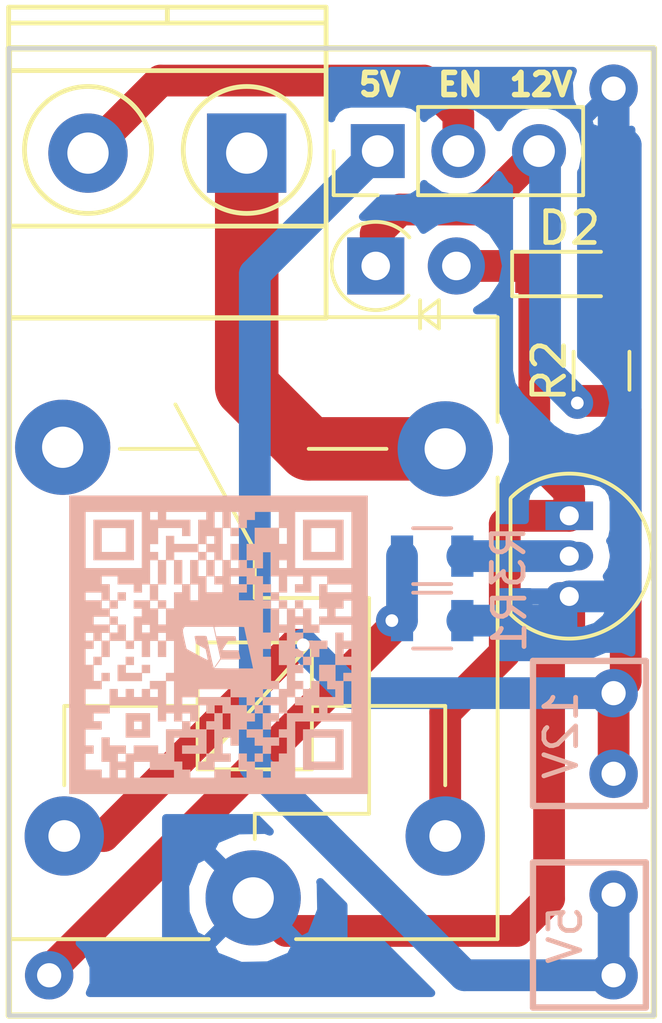
<source format=kicad_pcb>
(kicad_pcb (version 4) (host pcbnew 4.0.6+dfsg1-1)

  (general
    (links 19)
    (no_connects 0)
    (area 172.771999 55.804999 193.242001 86.435001)
    (thickness 1.6)
    (drawings 8)
    (tracks 64)
    (zones 0)
    (modules 11)
    (nets 10)
  )

  (page A4)
  (layers
    (0 F.Cu signal)
    (31 B.Cu signal)
    (32 B.Adhes user)
    (33 F.Adhes user)
    (34 B.Paste user hide)
    (35 F.Paste user hide)
    (36 B.SilkS user)
    (37 F.SilkS user)
    (38 B.Mask user)
    (39 F.Mask user)
    (40 Dwgs.User user)
    (41 Cmts.User user)
    (42 Eco1.User user)
    (43 Eco2.User user hide)
    (44 Edge.Cuts user)
    (45 Margin user)
    (46 B.CrtYd user hide)
    (47 F.CrtYd user hide)
    (48 B.Fab user)
    (49 F.Fab user hide)
  )

  (setup
    (last_trace_width 0.25)
    (user_trace_width 0.5)
    (user_trace_width 1)
    (user_trace_width 2)
    (trace_clearance 0.2)
    (zone_clearance 0.508)
    (zone_45_only yes)
    (trace_min 0.2)
    (segment_width 0.2)
    (edge_width 0.15)
    (via_size 0.6)
    (via_drill 0.4)
    (via_min_size 0.4)
    (via_min_drill 0.3)
    (uvia_size 0.3)
    (uvia_drill 0.1)
    (uvias_allowed no)
    (uvia_min_size 0.2)
    (uvia_min_drill 0.1)
    (pcb_text_width 0.3)
    (pcb_text_size 1.5 1.5)
    (mod_edge_width 0.15)
    (mod_text_size 1 1)
    (mod_text_width 0.15)
    (pad_size 1.524 1.524)
    (pad_drill 0.762)
    (pad_to_mask_clearance 0.2)
    (aux_axis_origin 0 0)
    (visible_elements FFFFFF7F)
    (pcbplotparams
      (layerselection 0x00030_80000001)
      (usegerberextensions false)
      (excludeedgelayer true)
      (linewidth 0.100000)
      (plotframeref false)
      (viasonmask false)
      (mode 1)
      (useauxorigin false)
      (hpglpennumber 1)
      (hpglpenspeed 20)
      (hpglpendiameter 15)
      (hpglpenoverlay 2)
      (psnegative false)
      (psa4output false)
      (plotreference true)
      (plotvalue true)
      (plotinvisibletext false)
      (padsonsilk false)
      (subtractmaskfromsilk false)
      (outputformat 1)
      (mirror false)
      (drillshape 1)
      (scaleselection 1)
      (outputdirectory ""))
  )

  (net 0 "")
  (net 1 "Net-(D1-Pad2)")
  (net 2 +5V)
  (net 3 +12V)
  (net 4 SIG)
  (net 5 GND)
  (net 6 "Net-(Q1-Pad2)")
  (net 7 "Net-(J1-Pad2)")
  (net 8 "Net-(J2-Pad1)")
  (net 9 "Net-(D2-Pad2)")

  (net_class Default "This is the default net class."
    (clearance 0.2)
    (trace_width 0.25)
    (via_dia 0.6)
    (via_drill 0.4)
    (uvia_dia 0.3)
    (uvia_drill 0.1)
    (add_net +12V)
    (add_net +5V)
    (add_net GND)
    (add_net "Net-(D1-Pad2)")
    (add_net "Net-(D2-Pad2)")
    (add_net "Net-(J1-Pad2)")
    (add_net "Net-(J2-Pad1)")
    (add_net "Net-(Q1-Pad2)")
    (add_net SIG)
  )

  (module Aktuator_Module:Aktuator_Module (layer F.Cu) (tedit 5A7B6369) (tstamp 5A5909C4)
    (at 172.847 86.36)
    (path /5A4EE1B4)
    (fp_text reference M1 (at 10.795 -1.27) (layer F.SilkS) hide
      (effects (font (size 1 1) (thickness 0.15)))
    )
    (fp_text value Aktuator_Module (at 10.16 -17.78) (layer F.Fab) hide
      (effects (font (size 1 1) (thickness 0.15)))
    )
    (fp_line (start 16.51 -4.826) (end 20.066 -4.826) (layer B.SilkS) (width 0.2))
    (fp_line (start 20.066 -4.826) (end 20.066 -0.254) (layer B.SilkS) (width 0.2))
    (fp_line (start 20.066 -0.254) (end 16.51 -0.254) (layer B.SilkS) (width 0.2))
    (fp_line (start 16.51 -0.254) (end 16.51 -4.826) (layer B.SilkS) (width 0.2))
    (fp_line (start 16.51 -6.604) (end 20.066 -6.604) (layer B.SilkS) (width 0.2))
    (fp_line (start 20.066 -6.604) (end 20.066 -11.176) (layer B.SilkS) (width 0.2))
    (fp_line (start 20.066 -11.176) (end 16.51 -11.176) (layer B.SilkS) (width 0.2))
    (fp_line (start 16.51 -11.176) (end 16.51 -6.604) (layer B.SilkS) (width 0.2))
    (fp_text user 5V (at 17.526 -2.54 90) (layer B.SilkS)
      (effects (font (size 1 1) (thickness 0.15)) (justify mirror))
    )
    (fp_text user S (at 2.794 -1.27) (layer B.SilkS) hide
      (effects (font (size 1 1) (thickness 0.15)) (justify mirror))
    )
    (fp_text user G (at 2.794 -29.21) (layer B.SilkS) hide
      (effects (font (size 1 1) (thickness 0.15)) (justify mirror))
    )
    (fp_text user G (at 17.526 -29.21) (layer B.SilkS) hide
      (effects (font (size 1 1) (thickness 0.15)) (justify mirror))
    )
    (fp_text user 12V (at 15.748 -10.414 90) (layer B.SilkS) hide
      (effects (font (size 1 1) (thickness 0.15)) (justify mirror))
    )
    (fp_line (start 0 0) (end 20.32 0) (layer F.SilkS) (width 0.2))
    (fp_line (start 20.32 0) (end 20.32 -30.48) (layer F.SilkS) (width 0.2))
    (fp_line (start 20.32 -30.48) (end 0 -30.48) (layer F.SilkS) (width 0.2))
    (fp_line (start 0 -30.48) (end 0 0) (layer F.SilkS) (width 0.2))
    (pad 1 thru_hole circle (at 19.05 -1.27) (size 1.524 1.524) (drill 0.762) (layers *.Cu *.Mask)
      (net 2 +5V))
    (pad 1 thru_hole circle (at 19.05 -3.81) (size 1.524 1.524) (drill 0.762) (layers *.Cu *.Mask)
      (net 2 +5V))
    (pad 2 thru_hole circle (at 19.05 -7.62) (size 1.524 1.524) (drill 0.762) (layers *.Cu *.Mask)
      (net 3 +12V))
    (pad 2 thru_hole circle (at 19.05 -10.16) (size 1.524 1.524) (drill 0.762) (layers *.Cu *.Mask)
      (net 3 +12V))
    (pad 3 thru_hole circle (at 1.27 -1.27) (size 1.524 1.524) (drill 0.762) (layers *.Cu *.Mask)
      (net 4 SIG))
    (pad 4 thru_hole circle (at 19.05 -29.21) (size 1.524 1.524) (drill 0.762) (layers *.Cu *.Mask)
      (net 5 GND))
  )

  (module Diodes_THT:D_A-405_P2.54mm_Vertical_AnodeUp (layer F.Cu) (tedit 5A4B7F87) (tstamp 5A59097B)
    (at 184.404 62.738)
    (descr "D, A-405 series, Axial, Vertical, pin pitch=2.54mm, , length*diameter=5.2*2.7mm^2, , http://www.diodes.com/_files/packages/A-405.pdf")
    (tags "D A-405 series Axial Vertical pin pitch 2.54mm  length 5.2mm diameter 2.7mm")
    (path /5A4EE6D7)
    (fp_text reference D1 (at -2.413 0.0635) (layer F.SilkS) hide
      (effects (font (size 1 1) (thickness 0.15)))
    )
    (fp_text value D (at 1.27 3.299) (layer F.Fab) hide
      (effects (font (size 1 1) (thickness 0.15)))
    )
    (fp_arc (start 0 0) (end 1.059811 -0.9) (angle -277.5) (layer F.SilkS) (width 0.12))
    (fp_circle (center 0 0) (end 1.35 0) (layer F.Fab) (width 0.1))
    (fp_line (start 0 0) (end 2.54 0) (layer F.Fab) (width 0.1))
    (fp_line (start 1.397 1.08) (end 1.397 1.969) (layer F.SilkS) (width 0.12))
    (fp_line (start 1.397 1.5245) (end 1.989667 1.08) (layer F.SilkS) (width 0.12))
    (fp_line (start 1.989667 1.08) (end 1.989667 1.969) (layer F.SilkS) (width 0.12))
    (fp_line (start 1.989667 1.969) (end 1.397 1.5245) (layer F.SilkS) (width 0.12))
    (fp_line (start -1.7 -1.7) (end -1.7 1.7) (layer F.CrtYd) (width 0.05))
    (fp_line (start -1.7 1.7) (end 3.75 1.7) (layer F.CrtYd) (width 0.05))
    (fp_line (start 3.75 1.7) (end 3.75 -1.7) (layer F.CrtYd) (width 0.05))
    (fp_line (start 3.75 -1.7) (end -1.7 -1.7) (layer F.CrtYd) (width 0.05))
    (fp_text user K (at -2.11 0) (layer F.Fab)
      (effects (font (size 1 1) (thickness 0.15)))
    )
    (pad 1 thru_hole rect (at 0 0) (size 1.8 1.8) (drill 0.9) (layers *.Cu *.Mask)
      (net 3 +12V))
    (pad 2 thru_hole oval (at 2.54 0) (size 1.8 1.8) (drill 0.9) (layers *.Cu *.Mask)
      (net 1 "Net-(D1-Pad2)"))
    (model Diodes_THT.3dshapes/D_A-405_P2.54mm_Vertical_AnodeUp.wrl
      (at (xyz 0 0 0))
      (scale (xyz 0.393701 0.393701 0.393701))
      (rotate (xyz 0 0 0))
    )
  )

  (module Pin_Headers:Pin_Header_Straight_1x03_Pitch2.54mm (layer F.Cu) (tedit 5A4B7E91) (tstamp 5A590990)
    (at 184.4675 59.1185 90)
    (descr "Through hole straight pin header, 1x03, 2.54mm pitch, single row")
    (tags "Through hole pin header THT 1x03 2.54mm single row")
    (path /5A4EE2F8)
    (fp_text reference J1 (at 0 -2.39 90) (layer F.SilkS) hide
      (effects (font (size 1 1) (thickness 0.15)))
    )
    (fp_text value CONN_01X03 (at 0 7.47 90) (layer F.Fab) hide
      (effects (font (size 1 1) (thickness 0.15)))
    )
    (fp_line (start -1.27 -1.27) (end -1.27 6.35) (layer F.Fab) (width 0.1))
    (fp_line (start -1.27 6.35) (end 1.27 6.35) (layer F.Fab) (width 0.1))
    (fp_line (start 1.27 6.35) (end 1.27 -1.27) (layer F.Fab) (width 0.1))
    (fp_line (start 1.27 -1.27) (end -1.27 -1.27) (layer F.Fab) (width 0.1))
    (fp_line (start -1.39 1.27) (end -1.39 6.47) (layer F.SilkS) (width 0.12))
    (fp_line (start -1.39 6.47) (end 1.39 6.47) (layer F.SilkS) (width 0.12))
    (fp_line (start 1.39 6.47) (end 1.39 1.27) (layer F.SilkS) (width 0.12))
    (fp_line (start 1.39 1.27) (end -1.39 1.27) (layer F.SilkS) (width 0.12))
    (fp_line (start -1.39 0) (end -1.39 -1.39) (layer F.SilkS) (width 0.12))
    (fp_line (start -1.39 -1.39) (end 0 -1.39) (layer F.SilkS) (width 0.12))
    (fp_line (start -1.6 -1.6) (end -1.6 6.6) (layer F.CrtYd) (width 0.05))
    (fp_line (start -1.6 6.6) (end 1.6 6.6) (layer F.CrtYd) (width 0.05))
    (fp_line (start 1.6 6.6) (end 1.6 -1.6) (layer F.CrtYd) (width 0.05))
    (fp_line (start 1.6 -1.6) (end -1.6 -1.6) (layer F.CrtYd) (width 0.05))
    (pad 1 thru_hole rect (at 0 0 90) (size 1.7 1.7) (drill 1) (layers *.Cu *.Mask)
      (net 2 +5V))
    (pad 2 thru_hole oval (at 0 2.54 90) (size 1.7 1.7) (drill 1) (layers *.Cu *.Mask)
      (net 7 "Net-(J1-Pad2)"))
    (pad 3 thru_hole oval (at 0 5.08 90) (size 1.7 1.7) (drill 1) (layers *.Cu *.Mask)
      (net 3 +12V))
    (model Pin_Headers.3dshapes/Pin_Header_Straight_1x03_Pitch2.54mm.wrl
      (at (xyz 0 -0.1 0))
      (scale (xyz 1 1 1))
      (rotate (xyz 0 0 90))
    )
  )

  (module Connectors_Terminal_Blocks:TerminalBlock_Pheonix_MKDS1.5-2pol (layer F.Cu) (tedit 5A4B7E8E) (tstamp 5A5909A4)
    (at 180.34 59.182 180)
    (descr "2-way 5mm pitch terminal block, Phoenix MKDS series")
    (path /5A4EE63F)
    (fp_text reference J2 (at 2.5 5.9 180) (layer F.SilkS) hide
      (effects (font (size 1 1) (thickness 0.15)))
    )
    (fp_text value Screw_Terminal_1x02 (at 2.5 -6.6 180) (layer F.Fab) hide
      (effects (font (size 1 1) (thickness 0.15)))
    )
    (fp_line (start -2.7 -5.4) (end 7.7 -5.4) (layer F.CrtYd) (width 0.05))
    (fp_line (start -2.7 4.8) (end -2.7 -5.4) (layer F.CrtYd) (width 0.05))
    (fp_line (start 7.7 4.8) (end -2.7 4.8) (layer F.CrtYd) (width 0.05))
    (fp_line (start 7.7 -5.4) (end 7.7 4.8) (layer F.CrtYd) (width 0.05))
    (fp_line (start 2.5 4.1) (end 2.5 4.6) (layer F.SilkS) (width 0.15))
    (fp_circle (center 5 0.1) (end 3 0.1) (layer F.SilkS) (width 0.15))
    (fp_circle (center 0 0.1) (end 2 0.1) (layer F.SilkS) (width 0.15))
    (fp_line (start -2.5 2.6) (end 7.5 2.6) (layer F.SilkS) (width 0.15))
    (fp_line (start -2.5 -2.3) (end 7.5 -2.3) (layer F.SilkS) (width 0.15))
    (fp_line (start -2.5 4.1) (end 7.5 4.1) (layer F.SilkS) (width 0.15))
    (fp_line (start -2.5 4.6) (end 7.5 4.6) (layer F.SilkS) (width 0.15))
    (fp_line (start 7.5 4.6) (end 7.5 -5.2) (layer F.SilkS) (width 0.15))
    (fp_line (start 7.5 -5.2) (end -2.5 -5.2) (layer F.SilkS) (width 0.15))
    (fp_line (start -2.5 -5.2) (end -2.5 4.6) (layer F.SilkS) (width 0.15))
    (pad 1 thru_hole rect (at 0 0 180) (size 2.5 2.5) (drill 1.3) (layers *.Cu *.Mask)
      (net 8 "Net-(J2-Pad1)"))
    (pad 2 thru_hole circle (at 5 0 180) (size 2.5 2.5) (drill 1.3) (layers *.Cu *.Mask)
      (net 7 "Net-(J1-Pad2)"))
    (model Terminal_Blocks.3dshapes/TerminalBlock_Pheonix_MKDS1.5-2pol.wrl
      (at (xyz 0.0984 0 0))
      (scale (xyz 1 1 1))
      (rotate (xyz 0 0 0))
    )
  )

  (module Resistors_SMD:R_0805 (layer B.Cu) (tedit 5A7C4435) (tstamp 5A590A0A)
    (at 186.182 71.882 180)
    (descr "Resistor SMD 0805, reflow soldering, Vishay (see dcrcw.pdf)")
    (tags "resistor 0805")
    (path /5A4EF728)
    (attr smd)
    (fp_text reference R3 (at -2.40792 -0.03048 270) (layer B.SilkS)
      (effects (font (size 1 1) (thickness 0.15)) (justify mirror))
    )
    (fp_text value 1K (at 0 -1.75 180) (layer B.Fab) hide
      (effects (font (size 1 1) (thickness 0.15)) (justify mirror))
    )
    (fp_text user %R (at 0 1.65 180) (layer B.Fab) hide
      (effects (font (size 1 1) (thickness 0.15)) (justify mirror))
    )
    (fp_line (start -1 -0.62) (end -1 0.62) (layer B.Fab) (width 0.1))
    (fp_line (start 1 -0.62) (end -1 -0.62) (layer B.Fab) (width 0.1))
    (fp_line (start 1 0.62) (end 1 -0.62) (layer B.Fab) (width 0.1))
    (fp_line (start -1 0.62) (end 1 0.62) (layer B.Fab) (width 0.1))
    (fp_line (start 0.6 -0.88) (end -0.6 -0.88) (layer B.SilkS) (width 0.12))
    (fp_line (start -0.6 0.88) (end 0.6 0.88) (layer B.SilkS) (width 0.12))
    (fp_line (start -1.55 0.9) (end 1.55 0.9) (layer B.CrtYd) (width 0.05))
    (fp_line (start -1.55 0.9) (end -1.55 -0.9) (layer B.CrtYd) (width 0.05))
    (fp_line (start 1.55 -0.9) (end 1.55 0.9) (layer B.CrtYd) (width 0.05))
    (fp_line (start 1.55 -0.9) (end -1.55 -0.9) (layer B.CrtYd) (width 0.05))
    (pad 1 smd rect (at -0.95 0 180) (size 0.7 1.3) (layers B.Cu B.Paste B.Mask)
      (net 6 "Net-(Q1-Pad2)"))
    (pad 2 smd rect (at 0.95 0 180) (size 0.7 1.3) (layers B.Cu B.Paste B.Mask)
      (net 4 SIG))
    (model Resistors_SMD.3dshapes/R_0805.wrl
      (at (xyz 0 0 0))
      (scale (xyz 1 1 1))
      (rotate (xyz 0 0 0))
    )
  )

  (module Relays_THT:Relay_SANYOU_SRD_Series_Form_C (layer F.Cu) (tedit 5A4B7EC3) (tstamp 5A5910B7)
    (at 180.5432 82.6516 90)
    (descr "relay Sanyou SRD series Form C")
    (path /5A4EE99E)
    (fp_text reference K1 (at 11.1506 10.3378 180) (layer F.SilkS) hide
      (effects (font (size 1 1) (thickness 0.15)))
    )
    (fp_text value SANYOU_SRD_Form_B (at 8 -9.6 90) (layer F.Fab) hide
      (effects (font (size 1 1) (thickness 0.15)))
    )
    (fp_line (start 18.55 -7.95) (end -1.55 -7.95) (layer F.CrtYd) (width 0.05))
    (fp_line (start -1.55 7.95) (end -1.55 -7.95) (layer F.CrtYd) (width 0.05))
    (fp_line (start 18.55 -7.95) (end 18.55 7.95) (layer F.CrtYd) (width 0.05))
    (fp_line (start -1.55 7.95) (end 18.55 7.95) (layer F.CrtYd) (width 0.05))
    (fp_line (start 15 7.7) (end 18.3 7.7) (layer F.SilkS) (width 0.12))
    (fp_line (start 18.3 7.7) (end 18.3 -7.7) (layer F.SilkS) (width 0.12))
    (fp_line (start 18.3 -7.7) (end 14.95 -7.7) (layer F.SilkS) (width 0.12))
    (fp_line (start -1.3 1.35) (end -1.3 7.7) (layer F.SilkS) (width 0.12))
    (fp_line (start -1.3 7.7) (end 13.25 7.7) (layer F.SilkS) (width 0.12))
    (fp_line (start -1.3 -1.4) (end -1.3 -7.7) (layer F.SilkS) (width 0.12))
    (fp_line (start -1.3 -7.7) (end 13.45 -7.7) (layer F.SilkS) (width 0.12))
    (fp_line (start -1.3 -7.65) (end -1.3 -1.4) (layer F.SilkS) (width 0.12))
    (fp_line (start 14.15 4.2) (end 14.15 1.75) (layer F.SilkS) (width 0.12))
    (fp_line (start 14.15 -4.2) (end 14.15 -1.7) (layer F.SilkS) (width 0.12))
    (fp_line (start 3.55 6.05) (end 6.05 6.05) (layer F.SilkS) (width 0.12))
    (fp_line (start 2.65 0.05) (end 1.85 0.05) (layer F.SilkS) (width 0.12))
    (fp_line (start 6.05 -5.95) (end 3.55 -5.95) (layer F.SilkS) (width 0.12))
    (fp_line (start 9.45 0.05) (end 10.95 0.05) (layer F.SilkS) (width 0.12))
    (fp_line (start 10.95 0.05) (end 15.55 -2.45) (layer F.SilkS) (width 0.12))
    (fp_line (start 9.45 3.65) (end 2.65 3.65) (layer F.SilkS) (width 0.12))
    (fp_line (start 9.45 0.05) (end 9.45 3.65) (layer F.SilkS) (width 0.12))
    (fp_line (start 2.65 0.05) (end 2.65 3.65) (layer F.SilkS) (width 0.12))
    (fp_line (start 6.05 -5.95) (end 6.05 -1.75) (layer F.SilkS) (width 0.12))
    (fp_line (start 6.05 1.85) (end 6.05 6.05) (layer F.SilkS) (width 0.12))
    (fp_line (start 8.05 1.85) (end 4.05 -1.75) (layer F.SilkS) (width 0.12))
    (fp_line (start 4.05 1.85) (end 4.05 -1.75) (layer F.SilkS) (width 0.12))
    (fp_line (start 4.05 -1.75) (end 8.05 -1.75) (layer F.SilkS) (width 0.12))
    (fp_line (start 8.05 -1.75) (end 8.05 1.85) (layer F.SilkS) (width 0.12))
    (fp_line (start 8.05 1.85) (end 4.05 1.85) (layer F.SilkS) (width 0.12))
    (pad 2 thru_hole circle (at 1.95 6.05 180) (size 2.5 2.5) (drill 1) (layers *.Cu *.Mask)
      (net 1 "Net-(D1-Pad2)"))
    (pad 3 thru_hole circle (at 14.15 6.05 180) (size 3 3) (drill 1.3) (layers *.Cu *.Mask)
      (net 8 "Net-(J2-Pad1)"))
    (pad 4 thru_hole circle (at 14.2 -6 180) (size 3 3) (drill 1.3) (layers *.Cu *.Mask))
    (pad 5 thru_hole circle (at 1.95 -5.95 180) (size 2.5 2.5) (drill 1) (layers *.Cu *.Mask)
      (net 3 +12V))
    (pad 1 thru_hole circle (at 0 0 180) (size 3 3) (drill 1.3) (layers *.Cu *.Mask)
      (net 5 GND))
    (model Relays_THT.3dshapes/Relay_SANYOU_SRD_Series_Form_C.wrl
      (at (xyz 0 0 0))
      (scale (xyz 1 1 1))
      (rotate (xyz 0 0 0))
    )
  )

  (module TO_SOT_Packages_THT:TO-92_Inline_Narrow_Oval (layer F.Cu) (tedit 5A4B7EC0) (tstamp 5A592927)
    (at 190.5 70.612 270)
    (descr "TO-92 leads in-line, narrow, oval pads, drill 0.6mm (see NXP sot054_po.pdf)")
    (tags "to-92 sc-43 sc-43a sot54 PA33 transistor")
    (path /5A4EF775)
    (fp_text reference Q1 (at 6.1214 -4.1021 270) (layer F.SilkS) hide
      (effects (font (size 1 1) (thickness 0.15)))
    )
    (fp_text value BC547 (at 1.27 2.794 270) (layer F.Fab) hide
      (effects (font (size 1 1) (thickness 0.15)))
    )
    (fp_line (start -1.65 -2.9) (end 4.15 -2.9) (layer F.CrtYd) (width 0.05))
    (fp_line (start 4.15 -2.9) (end 4.15 2.2) (layer F.CrtYd) (width 0.05))
    (fp_line (start 4.15 2.2) (end -1.65 2.2) (layer F.CrtYd) (width 0.05))
    (fp_line (start -1.65 2.2) (end -1.65 -2.9) (layer F.CrtYd) (width 0.05))
    (fp_line (start -0.53 1.85) (end 3.07 1.85) (layer F.SilkS) (width 0.12))
    (fp_line (start -0.5 1.75) (end 3 1.75) (layer F.Fab) (width 0.1))
    (fp_arc (start 1.27 0) (end 1.27 -2.48) (angle 135) (layer F.Fab) (width 0.1))
    (fp_arc (start 1.27 0) (end 1.27 -2.6) (angle -135) (layer F.SilkS) (width 0.12))
    (fp_arc (start 1.27 0) (end 1.27 -2.48) (angle -135) (layer F.Fab) (width 0.1))
    (fp_arc (start 1.27 0) (end 1.27 -2.6) (angle 135) (layer F.SilkS) (width 0.12))
    (pad 2 thru_hole oval (at 1.27 0 90) (size 0.89916 1.50114) (drill 0.6) (layers *.Cu *.Mask)
      (net 6 "Net-(Q1-Pad2)"))
    (pad 3 thru_hole oval (at 2.54 0 90) (size 0.89916 1.50114) (drill 0.6) (layers *.Cu *.Mask)
      (net 5 GND))
    (pad 1 thru_hole rect (at 0 0 90) (size 0.89916 1.50114) (drill 0.6) (layers *.Cu *.Mask)
      (net 1 "Net-(D1-Pad2)"))
    (model TO_SOT_Packages_THT.3dshapes/TO-92_Inline_Narrow_Oval.wrl
      (at (xyz 0.05 0 0))
      (scale (xyz 1 1 1))
      (rotate (xyz 0 0 -90))
    )
  )

  (module LEDs:LED_0805 (layer F.Cu) (tedit 5A7203E6) (tstamp 5A720EFB)
    (at 190.5 62.992)
    (descr "LED 0805 smd package")
    (tags "LED led 0805 SMD smd SMT smt smdled SMDLED smtled SMTLED")
    (path /5A721238)
    (attr smd)
    (fp_text reference D2 (at 0 -1.45) (layer F.SilkS)
      (effects (font (size 1 1) (thickness 0.15)))
    )
    (fp_text value LED (at 0 1.55) (layer F.Fab) hide
      (effects (font (size 1 1) (thickness 0.15)))
    )
    (fp_line (start -1.8 -0.7) (end -1.8 0.7) (layer F.SilkS) (width 0.12))
    (fp_line (start -0.4 -0.4) (end -0.4 0.4) (layer F.Fab) (width 0.1))
    (fp_line (start -0.4 0) (end 0.2 -0.4) (layer F.Fab) (width 0.1))
    (fp_line (start 0.2 0.4) (end -0.4 0) (layer F.Fab) (width 0.1))
    (fp_line (start 0.2 -0.4) (end 0.2 0.4) (layer F.Fab) (width 0.1))
    (fp_line (start 1 0.6) (end -1 0.6) (layer F.Fab) (width 0.1))
    (fp_line (start 1 -0.6) (end 1 0.6) (layer F.Fab) (width 0.1))
    (fp_line (start -1 -0.6) (end 1 -0.6) (layer F.Fab) (width 0.1))
    (fp_line (start -1 0.6) (end -1 -0.6) (layer F.Fab) (width 0.1))
    (fp_line (start -1.8 0.7) (end 1 0.7) (layer F.SilkS) (width 0.12))
    (fp_line (start -1.8 -0.7) (end 1 -0.7) (layer F.SilkS) (width 0.12))
    (fp_line (start 1.95 -0.85) (end 1.95 0.85) (layer F.CrtYd) (width 0.05))
    (fp_line (start 1.95 0.85) (end -1.95 0.85) (layer F.CrtYd) (width 0.05))
    (fp_line (start -1.95 0.85) (end -1.95 -0.85) (layer F.CrtYd) (width 0.05))
    (fp_line (start -1.95 -0.85) (end 1.95 -0.85) (layer F.CrtYd) (width 0.05))
    (pad 2 smd rect (at 1.1 0 180) (size 1.2 1.2) (layers F.Cu F.Paste F.Mask)
      (net 9 "Net-(D2-Pad2)"))
    (pad 1 smd rect (at -1.1 0 180) (size 1.2 1.2) (layers F.Cu F.Paste F.Mask)
      (net 1 "Net-(D1-Pad2)"))
    (model LEDs.3dshapes/LED_0805.wrl
      (at (xyz 0 0 0))
      (scale (xyz 1 1 1))
      (rotate (xyz 0 0 180))
    )
  )

  (module Resistors_SMD:R_0805 (layer B.Cu) (tedit 5A7C4439) (tstamp 5A720F0C)
    (at 186.182 73.914 180)
    (descr "Resistor SMD 0805, reflow soldering, Vishay (see dcrcw.pdf)")
    (tags "resistor 0805")
    (path /5A720746)
    (attr smd)
    (fp_text reference R1 (at -2.4384 -0.03048 270) (layer B.SilkS)
      (effects (font (size 1 1) (thickness 0.15)) (justify mirror))
    )
    (fp_text value 10K (at 0 -1.75 180) (layer B.Fab) hide
      (effects (font (size 1 1) (thickness 0.15)) (justify mirror))
    )
    (fp_text user %R (at 0 1.65 180) (layer B.Fab) hide
      (effects (font (size 1 1) (thickness 0.15)) (justify mirror))
    )
    (fp_line (start -1 -0.62) (end -1 0.62) (layer B.Fab) (width 0.1))
    (fp_line (start 1 -0.62) (end -1 -0.62) (layer B.Fab) (width 0.1))
    (fp_line (start 1 0.62) (end 1 -0.62) (layer B.Fab) (width 0.1))
    (fp_line (start -1 0.62) (end 1 0.62) (layer B.Fab) (width 0.1))
    (fp_line (start 0.6 -0.88) (end -0.6 -0.88) (layer B.SilkS) (width 0.12))
    (fp_line (start -0.6 0.88) (end 0.6 0.88) (layer B.SilkS) (width 0.12))
    (fp_line (start -1.55 0.9) (end 1.55 0.9) (layer B.CrtYd) (width 0.05))
    (fp_line (start -1.55 0.9) (end -1.55 -0.9) (layer B.CrtYd) (width 0.05))
    (fp_line (start 1.55 -0.9) (end 1.55 0.9) (layer B.CrtYd) (width 0.05))
    (fp_line (start 1.55 -0.9) (end -1.55 -0.9) (layer B.CrtYd) (width 0.05))
    (pad 1 smd rect (at -0.95 0 180) (size 0.7 1.3) (layers B.Cu B.Paste B.Mask)
      (net 5 GND))
    (pad 2 smd rect (at 0.95 0 180) (size 0.7 1.3) (layers B.Cu B.Paste B.Mask)
      (net 4 SIG))
    (model Resistors_SMD.3dshapes/R_0805.wrl
      (at (xyz 0 0 0))
      (scale (xyz 1 1 1))
      (rotate (xyz 0 0 0))
    )
  )

  (module Resistors_SMD:R_0805 (layer F.Cu) (tedit 5A7203E4) (tstamp 5A720F1D)
    (at 191.516 66.04 90)
    (descr "Resistor SMD 0805, reflow soldering, Vishay (see dcrcw.pdf)")
    (tags "resistor 0805")
    (path /5A72112B)
    (attr smd)
    (fp_text reference R2 (at 0 -1.65 90) (layer F.SilkS)
      (effects (font (size 1 1) (thickness 0.15)))
    )
    (fp_text value 1K (at 0 1.75 90) (layer F.Fab) hide
      (effects (font (size 1 1) (thickness 0.15)))
    )
    (fp_text user %R (at 0 -1.65 90) (layer F.Fab)
      (effects (font (size 1 1) (thickness 0.15)))
    )
    (fp_line (start -1 0.62) (end -1 -0.62) (layer F.Fab) (width 0.1))
    (fp_line (start 1 0.62) (end -1 0.62) (layer F.Fab) (width 0.1))
    (fp_line (start 1 -0.62) (end 1 0.62) (layer F.Fab) (width 0.1))
    (fp_line (start -1 -0.62) (end 1 -0.62) (layer F.Fab) (width 0.1))
    (fp_line (start 0.6 0.88) (end -0.6 0.88) (layer F.SilkS) (width 0.12))
    (fp_line (start -0.6 -0.88) (end 0.6 -0.88) (layer F.SilkS) (width 0.12))
    (fp_line (start -1.55 -0.9) (end 1.55 -0.9) (layer F.CrtYd) (width 0.05))
    (fp_line (start -1.55 -0.9) (end -1.55 0.9) (layer F.CrtYd) (width 0.05))
    (fp_line (start 1.55 0.9) (end 1.55 -0.9) (layer F.CrtYd) (width 0.05))
    (fp_line (start 1.55 0.9) (end -1.55 0.9) (layer F.CrtYd) (width 0.05))
    (pad 1 smd rect (at -0.95 0 90) (size 0.7 1.3) (layers F.Cu F.Paste F.Mask)
      (net 3 +12V))
    (pad 2 smd rect (at 0.95 0 90) (size 0.7 1.3) (layers F.Cu F.Paste F.Mask)
      (net 9 "Net-(D2-Pad2)"))
    (model Resistors_SMD.3dshapes/R_0805.wrl
      (at (xyz 0 0 0))
      (scale (xyz 1 1 1))
      (rotate (xyz 0 0 0))
    )
  )

  (module Hardware:EP_Logo (layer B.Cu) (tedit 0) (tstamp 5A7209B5)
    (at 179.451 74.676 180)
    (fp_text reference G*** (at 0 0 180) (layer B.SilkS) hide
      (effects (font (thickness 0.3)) (justify mirror))
    )
    (fp_text value LOGO (at 0.75 0 180) (layer B.SilkS) hide
      (effects (font (thickness 0.3)) (justify mirror))
    )
    (fp_poly (pts (xy 4.699 -4.699) (xy -4.699 -4.699) (xy -4.699 -2.413) (xy -4.191 -2.413)
      (xy -4.191 -4.191) (xy -2.413 -4.191) (xy -2.413 -2.413) (xy -4.191 -2.413)
      (xy -4.699 -2.413) (xy -4.699 -1.143) (xy -4.191 -1.143) (xy -4.191 -2.159)
      (xy -3.429 -2.159) (xy -3.429 -1.905) (xy -3.175 -1.905) (xy -3.175 -2.159)
      (xy -2.921 -2.159) (xy -2.921 -1.905) (xy -3.175 -1.905) (xy -3.429 -1.905)
      (xy -3.937 -1.905) (xy -3.937 -1.397) (xy -3.683 -1.397) (xy -3.683 -1.651)
      (xy -3.175 -1.651) (xy -3.175 -1.143) (xy -3.429 -1.143) (xy -3.429 -1.397)
      (xy -3.683 -1.397) (xy -3.937 -1.397) (xy -3.937 -1.143) (xy -4.191 -1.143)
      (xy -4.699 -1.143) (xy -4.699 -0.635) (xy -4.191 -0.635) (xy -4.191 -0.889)
      (xy -3.937 -0.889) (xy -3.937 -1.143) (xy -3.683 -1.143) (xy -3.683 -0.635)
      (xy -4.191 -0.635) (xy -4.699 -0.635) (xy -4.699 -0.127) (xy -4.191 -0.127)
      (xy -4.191 -0.381) (xy -3.937 -0.381) (xy -3.937 -0.127) (xy -4.191 -0.127)
      (xy -4.699 -0.127) (xy -4.699 0.635) (xy -4.191 0.635) (xy -4.191 0.127)
      (xy -3.937 0.127) (xy -3.937 0.381) (xy -3.683 0.381) (xy -3.683 -0.635)
      (xy -3.175 -0.635) (xy -3.175 -1.143) (xy -2.921 -1.143) (xy -2.921 -1.397)
      (xy -2.667 -1.397) (xy -2.667 -1.651) (xy -2.413 -1.651) (xy -2.413 -1.905)
      (xy -2.667 -1.905) (xy -2.667 -2.159) (xy -2.159 -2.159) (xy -2.159 -2.667)
      (xy -1.905 -2.667) (xy -1.905 -2.921) (xy -2.159 -2.921) (xy -2.159 -3.429)
      (xy -1.905 -3.429) (xy -1.905 -3.683) (xy -1.651 -3.683) (xy -1.651 -4.191)
      (xy -1.397 -4.191) (xy -1.397 -3.937) (xy -1.143 -3.937) (xy -1.143 -3.683)
      (xy -0.889 -3.683) (xy -0.889 -3.429) (xy -0.635 -3.429) (xy -0.635 -3.937)
      (xy -0.889 -3.937) (xy -0.889 -4.191) (xy -0.381 -4.191) (xy -0.381 -3.937)
      (xy 0.127 -3.937) (xy 0.127 -4.191) (xy 0.889 -4.191) (xy 0.889 -3.937)
      (xy 1.143 -3.937) (xy 1.397 -3.937) (xy 1.397 -4.191) (xy 2.667 -4.191)
      (xy 2.667 -3.937) (xy 2.921 -3.937) (xy 2.921 -4.191) (xy 3.175 -4.191)
      (xy 3.175 -3.937) (xy 2.921 -3.937) (xy 2.667 -3.937) (xy 2.667 -3.683)
      (xy 2.159 -3.683) (xy 2.159 -3.937) (xy 1.397 -3.937) (xy 1.143 -3.937)
      (xy 1.143 -3.683) (xy 1.397 -3.683) (xy 1.397 -2.921) (xy 0.635 -2.921)
      (xy 0.635 -3.175) (xy 1.143 -3.175) (xy 1.143 -3.429) (xy 0.381 -3.429)
      (xy 0.381 -2.667) (xy 0.889 -2.667) (xy 0.889 -2.413) (xy 1.143 -2.413)
      (xy 1.143 -2.667) (xy 1.651 -2.667) (xy 1.651 -3.429) (xy 1.905 -3.429)
      (xy 1.905 -3.175) (xy 2.667 -3.175) (xy 2.667 -3.429) (xy 2.921 -3.429)
      (xy 2.921 -3.683) (xy 3.175 -3.683) (xy 3.175 -3.429) (xy 2.921 -3.429)
      (xy 2.921 -3.175) (xy 3.429 -3.175) (xy 3.429 -2.921) (xy 3.683 -2.921)
      (xy 3.683 -3.683) (xy 3.429 -3.683) (xy 3.429 -4.191) (xy 3.683 -4.191)
      (xy 3.683 -3.937) (xy 4.191 -3.937) (xy 4.191 -3.429) (xy 3.937 -3.429)
      (xy 3.937 -3.175) (xy 4.191 -3.175) (xy 4.191 -2.667) (xy 3.683 -2.667)
      (xy 3.683 -2.413) (xy 3.937 -2.413) (xy 3.937 -2.159) (xy 3.429 -2.159)
      (xy 3.429 -1.905) (xy 4.191 -1.905) (xy 4.191 -1.397) (xy 3.683 -1.397)
      (xy 3.683 -1.143) (xy 3.937 -1.143) (xy 3.937 -0.635) (xy 4.191 -0.635)
      (xy 4.191 -0.127) (xy 3.937 -0.127) (xy 3.937 0.127) (xy 3.683 0.127)
      (xy 3.683 0.381) (xy 3.937 0.381) (xy 3.937 0.127) (xy 4.191 0.127)
      (xy 4.191 0.381) (xy 3.937 0.381) (xy 3.683 0.381) (xy 3.429 0.381)
      (xy 3.429 0.635) (xy 3.937 0.635) (xy 3.937 0.889) (xy 3.429 0.889)
      (xy 3.429 1.143) (xy 3.683 1.143) (xy 3.683 1.397) (xy 3.429 1.397)
      (xy 3.429 1.651) (xy 3.683 1.651) (xy 3.683 1.397) (xy 4.191 1.397)
      (xy 4.191 1.651) (xy 3.683 1.651) (xy 3.429 1.651) (xy 3.429 1.905)
      (xy 3.683 1.905) (xy 3.683 2.159) (xy 3.175 2.159) (xy 3.175 1.905)
      (xy 2.667 1.905) (xy 2.667 1.651) (xy 2.413 1.651) (xy 2.413 1.905)
      (xy 2.159 1.905) (xy 2.159 2.667) (xy 1.905 2.667) (xy 1.905 2.921)
      (xy 2.159 2.921) (xy 2.159 3.175) (xy 1.905 3.175) (xy 1.905 3.683)
      (xy 1.143 3.683) (xy 1.143 3.429) (xy 0.889 3.429) (xy 0.889 3.937)
      (xy 1.651 3.937) (xy 1.651 4.191) (xy 1.905 4.191) (xy 1.905 3.937)
      (xy 2.159 3.937) (xy 2.159 4.191) (xy 2.413 4.191) (xy 2.413 2.413)
      (xy 4.191 2.413) (xy 4.191 4.191) (xy 2.413 4.191) (xy 2.159 4.191)
      (xy 1.905 4.191) (xy 1.651 4.191) (xy 0.381 4.191) (xy 0.381 3.937)
      (xy 0.635 3.937) (xy 0.635 3.175) (xy 0.381 3.175) (xy 0.381 2.921)
      (xy 0.127 2.921) (xy 0.127 2.667) (xy -0.127 2.667) (xy -0.127 3.429)
      (xy 0.127 3.429) (xy 0.127 3.175) (xy 0.381 3.175) (xy 0.381 3.429)
      (xy 0.127 3.429) (xy -0.127 3.429) (xy -0.127 3.683) (xy -0.381 3.683)
      (xy -0.381 4.191) (xy -0.127 4.191) (xy -0.127 3.683) (xy 0.127 3.683)
      (xy 0.127 4.191) (xy -0.127 4.191) (xy -0.381 4.191) (xy -0.635 4.191)
      (xy -0.635 3.683) (xy -0.889 3.683) (xy -0.889 3.937) (xy -1.143 3.937)
      (xy -1.143 4.191) (xy -1.905 4.191) (xy -1.905 3.683) (xy -1.143 3.683)
      (xy -1.143 3.175) (xy -0.889 3.175) (xy -0.889 2.667) (xy -1.143 2.667)
      (xy -1.143 2.413) (xy -1.397 2.413) (xy -1.397 2.921) (xy -1.651 2.921)
      (xy -1.651 2.159) (xy -1.905 2.159) (xy -1.905 1.651) (xy -2.159 1.651)
      (xy -2.159 2.159) (xy -2.667 2.159) (xy -2.667 1.905) (xy -2.413 1.905)
      (xy -2.413 1.651) (xy -2.921 1.651) (xy -2.921 2.159) (xy -3.429 2.159)
      (xy -3.429 1.905) (xy -3.175 1.905) (xy -3.175 1.143) (xy -3.429 1.143)
      (xy -3.429 0.889) (xy -3.175 0.889) (xy -3.175 0.635) (xy -4.191 0.635)
      (xy -4.699 0.635) (xy -4.699 1.397) (xy -4.191 1.397) (xy -4.191 0.889)
      (xy -3.683 0.889) (xy -3.683 1.143) (xy -3.937 1.143) (xy -3.937 1.397)
      (xy -4.191 1.397) (xy -4.699 1.397) (xy -4.699 1.905) (xy -4.191 1.905)
      (xy -4.191 1.651) (xy -3.429 1.651) (xy -3.429 1.905) (xy -4.191 1.905)
      (xy -4.699 1.905) (xy -4.699 4.191) (xy -4.191 4.191) (xy -4.191 2.413)
      (xy -2.413 2.413) (xy -2.413 2.667) (xy -2.159 2.667) (xy -2.159 2.413)
      (xy -1.905 2.413) (xy -1.905 2.667) (xy -2.159 2.667) (xy -2.413 2.667)
      (xy -2.413 3.683) (xy -2.159 3.683) (xy -2.159 3.175) (xy -1.905 3.175)
      (xy -1.905 3.683) (xy -2.159 3.683) (xy -2.413 3.683) (xy -2.413 4.191)
      (xy -4.191 4.191) (xy -4.699 4.191) (xy -4.699 4.699) (xy 4.699 4.699)
      (xy 4.699 -4.699)) (layer B.SilkS) (width 0.01))
    (fp_poly (pts (xy -2.667 -3.937) (xy -3.937 -3.937) (xy -3.937 -2.921) (xy -3.683 -2.921)
      (xy -3.683 -3.683) (xy -2.921 -3.683) (xy -2.921 -2.921) (xy -3.683 -2.921)
      (xy -3.937 -2.921) (xy -3.937 -2.667) (xy -2.667 -2.667) (xy -2.667 -3.937)) (layer B.SilkS) (width 0.01))
    (fp_poly (pts (xy -1.143 -3.683) (xy -1.397 -3.683) (xy -1.397 -3.429) (xy -1.143 -3.429)
      (xy -1.143 -3.683)) (layer B.SilkS) (width 0.01))
    (fp_poly (pts (xy 3.937 -0.635) (xy 3.683 -0.635) (xy 3.683 -0.381) (xy 3.937 -0.381)
      (xy 3.937 -0.635)) (layer B.SilkS) (width 0.01))
    (fp_poly (pts (xy 3.683 -0.381) (xy 3.429 -0.381) (xy 3.429 0.127) (xy 3.683 0.127)
      (xy 3.683 -0.381)) (layer B.SilkS) (width 0.01))
    (fp_poly (pts (xy 2.921 -0.127) (xy 2.667 -0.127) (xy 2.667 0.127) (xy 2.921 0.127)
      (xy 2.921 -0.127)) (layer B.SilkS) (width 0.01))
    (fp_poly (pts (xy 3.175 0.381) (xy 3.429 0.381) (xy 3.429 0.127) (xy 2.921 0.127)
      (xy 2.921 0.635) (xy 3.175 0.635) (xy 3.175 0.381)) (layer B.SilkS) (width 0.01))
    (fp_poly (pts (xy 3.429 0.635) (xy 3.175 0.635) (xy 3.175 0.889) (xy 3.429 0.889)
      (xy 3.429 0.635)) (layer B.SilkS) (width 0.01))
    (fp_poly (pts (xy 2.413 -1.397) (xy 2.413 -1.651) (xy 2.667 -1.651) (xy 2.667 -1.397)
      (xy 2.921 -1.397) (xy 2.921 -1.651) (xy 3.175 -1.651) (xy 3.175 -1.397)
      (xy 3.429 -1.397) (xy 3.429 -1.905) (xy 1.905 -1.905) (xy 1.905 -2.413)
      (xy 1.651 -2.413) (xy 1.651 -2.159) (xy 1.397 -2.159) (xy 1.397 -2.413)
      (xy 1.143 -2.413) (xy 1.143 -2.159) (xy 0.889 -2.159) (xy 0.889 -2.413)
      (xy 0.635 -2.413) (xy 0.635 -1.905) (xy 0.381 -1.905) (xy 0.381 -2.159)
      (xy 0.127 -2.159) (xy 0.127 -2.413) (xy 0.381 -2.413) (xy 0.381 -2.667)
      (xy 0.127 -2.667) (xy 0.127 -3.429) (xy 0.381 -3.429) (xy 0.381 -3.683)
      (xy 0.635 -3.683) (xy 0.635 -3.937) (xy 0.127 -3.937) (xy 0.127 -3.683)
      (xy -0.381 -3.683) (xy -0.381 -3.429) (xy -0.127 -3.429) (xy -0.127 -2.921)
      (xy -0.381 -2.921) (xy -0.381 -3.175) (xy -0.635 -3.175) (xy -0.635 -2.667)
      (xy -0.889 -2.667) (xy -0.889 -2.921) (xy -1.143 -2.921) (xy -1.143 -3.175)
      (xy -1.397 -3.175) (xy -1.397 -3.429) (xy -1.651 -3.429) (xy -1.651 -3.175)
      (xy -1.905 -3.175) (xy -1.905 -2.921) (xy -1.397 -2.921) (xy -1.397 -2.667)
      (xy -1.651 -2.667) (xy -1.651 -2.413) (xy -1.905 -2.413) (xy -1.905 -2.159)
      (xy -2.159 -2.159) (xy -2.159 -1.905) (xy -1.905 -1.905) (xy -1.905 -2.159)
      (xy -1.397 -2.159) (xy -1.397 -2.667) (xy -0.889 -2.667) (xy -0.889 -2.413)
      (xy -1.143 -2.413) (xy -1.143 -2.159) (xy -0.889 -2.159) (xy -0.381 -2.159)
      (xy -0.381 -2.667) (xy -0.127 -2.667) (xy -0.127 -2.159) (xy -0.381 -2.159)
      (xy -0.889 -2.159) (xy -0.889 -1.905) (xy -1.143 -1.905) (xy -1.143 -1.651)
      (xy -0.889 -1.651) (xy -0.889 -1.905) (xy -0.381 -1.905) (xy -0.127 -1.905)
      (xy -0.127 -2.159) (xy 0.127 -2.159) (xy 0.127 -1.905) (xy -0.127 -1.905)
      (xy -0.381 -1.905) (xy -0.381 -1.651) (xy -0.889 -1.651) (xy -1.143 -1.651)
      (xy -1.397 -1.651) (xy -1.397 -1.905) (xy -1.905 -1.905) (xy -2.159 -1.905)
      (xy -2.159 -1.651) (xy -2.413 -1.651) (xy -2.413 -1.397) (xy -2.667 -1.397)
      (xy -2.667 -1.143) (xy -2.413 -1.143) (xy -2.413 -0.889) (xy -2.667 -0.889)
      (xy -2.667 -0.635) (xy -2.921 -0.635) (xy -2.921 -0.381) (xy -3.175 -0.381)
      (xy -3.175 -0.127) (xy -2.921 -0.127) (xy -2.921 -0.381) (xy -2.667 -0.381)
      (xy -2.667 -0.635) (xy -2.413 -0.635) (xy -2.159 -0.635) (xy -2.159 -1.397)
      (xy -1.905 -1.397) (xy -1.905 -1.651) (xy -1.397 -1.651) (xy -1.397 -1.397)
      (xy -0.381 -1.397) (xy -0.381 -1.651) (xy 0.635 -1.651) (xy 0.635 -1.905)
      (xy 1.143 -1.905) (xy 1.143 -1.651) (xy 0.635 -1.651) (xy 0.635 -1.397)
      (xy -0.381 -1.397) (xy -1.397 -1.397) (xy -1.905 -1.397) (xy -1.905 -1.143)
      (xy -1.651 -1.143) (xy 1.397 -1.143) (xy 1.397 -1.905) (xy 1.651 -1.905)
      (xy 1.651 -1.397) (xy 1.905 -1.397) (xy 1.905 -1.651) (xy 2.159 -1.651)
      (xy 2.159 -1.397) (xy 1.905 -1.397) (xy 1.651 -1.397) (xy 1.651 -1.143)
      (xy 1.397 -1.143) (xy -1.651 -1.143) (xy -1.651 -0.7493) (xy -1.094219 -0.7493)
      (xy -0.480435 -0.749105) (xy -0.357695 -0.748878) (xy -0.24256 -0.748304) (xy -0.137553 -0.747419)
      (xy -0.045194 -0.746263) (xy 0.031994 -0.744874) (xy 0.09149 -0.743289) (xy 0.130772 -0.741548)
      (xy 0.147319 -0.739688) (xy 0.147525 -0.73958) (xy 0.153264 -0.725477) (xy 0.16357 -0.689257)
      (xy 0.177781 -0.633659) (xy 0.19524 -0.561422) (xy 0.215288 -0.475287) (xy 0.237266 -0.377992)
      (xy 0.260514 -0.272277) (xy 0.265845 -0.24765) (xy 0.28915 -0.139838) (xy 0.310962 -0.039279)
      (xy 0.330662 0.051196) (xy 0.347629 0.128753) (xy 0.361244 0.190561) (xy 0.370887 0.233786)
      (xy 0.375936 0.255598) (xy 0.37635 0.257175) (xy 0.381226 0.265935) (xy 0.39261 0.27206)
      (xy 0.41442 0.276009) (xy 0.450577 0.278241) (xy 0.504997 0.279217) (xy 0.566005 0.2794)
      (xy 0.641998 0.278835) (xy 0.69541 0.276976) (xy 0.729038 0.273581) (xy 0.74568 0.268407)
      (xy 0.748719 0.263525) (xy 0.746013 0.244374) (xy 0.739319 0.207297) (xy 0.729909 0.159222)
      (xy 0.726494 0.142459) (xy 0.70485 0.037267) (xy 0.553352 -0.048041) (xy 0.401855 -0.13335)
      (xy 0.364219 -0.308283) (xy 0.351114 -0.371561) (xy 0.340898 -0.425553) (xy 0.334372 -0.465631)
      (xy 0.332338 -0.487168) (xy 0.332832 -0.489465) (xy 0.344714 -0.48496) (xy 0.375513 -0.470023)
      (xy 0.421879 -0.446448) (xy 0.480464 -0.416027) (xy 0.547918 -0.380552) (xy 0.620893 -0.341816)
      (xy 0.69604 -0.301612) (xy 0.77001 -0.261732) (xy 0.839455 -0.223969) (xy 0.901025 -0.190116)
      (xy 0.951371 -0.161965) (xy 0.987146 -0.14131) (xy 1.004999 -0.129941) (xy 1.005899 -0.129172)
      (xy 1.011116 -0.11473) (xy 1.0207 -0.079157) (xy 1.033746 -0.026171) (xy 1.04935 0.040511)
      (xy 1.066608 0.117172) (xy 1.073836 0.150091) (xy 1.095086 0.249697) (xy 1.110388 0.328079)
      (xy 1.118689 0.381) (xy 1.651 0.381) (xy 1.651 0.127) (xy 1.905 0.127)
      (xy 1.905 0.381) (xy 1.651 0.381) (xy 1.118689 0.381) (xy 1.119893 0.388669)
      (xy 1.123753 0.434901) (xy 1.12212 0.470206) (xy 1.115143 0.498018) (xy 1.102975 0.521769)
      (xy 1.090944 0.538462) (xy 1.064956 0.5715) (xy 0.157301 0.5715) (xy 0.052322 0.092075)
      (xy 0.028749 -0.015527) (xy 0.006706 -0.116044) (xy -0.013176 -0.206606) (xy -0.030267 -0.284344)
      (xy -0.043935 -0.346388) (xy -0.053549 -0.389871) (xy -0.058479 -0.411923) (xy -0.058819 -0.413389)
      (xy -0.055585 -0.433603) (xy -0.038663 -0.467755) (xy -0.007042 -0.5176) (xy 0.03859 -0.58255)
      (xy 0.075549 -0.634586) (xy 0.105808 -0.679045) (xy 0.126843 -0.71207) (xy 0.13613 -0.729806)
      (xy 0.136186 -0.731646) (xy 0.12708 -0.724138) (xy 0.106262 -0.699401) (xy 0.076574 -0.661021)
      (xy 0.040854 -0.612586) (xy 0.030181 -0.597742) (xy -0.06985 -0.457863) (xy -0.379307 -0.457531)
      (xy -0.475795 -0.457332) (xy -0.549774 -0.45682) (xy -0.604137 -0.455773) (xy -0.641773 -0.453969)
      (xy -0.665575 -0.451186) (xy -0.678434 -0.447202) (xy -0.683241 -0.441795) (xy -0.682887 -0.434742)
      (xy -0.682756 -0.434228) (xy -0.677669 -0.412038) (xy -0.669091 -0.371909) (xy -0.6585 -0.320813)
      (xy -0.653153 -0.294528) (xy -0.629558 -0.1778) (xy -0.370571 -0.1778) (xy -0.282355 -0.177585)
      (xy -0.216567 -0.176793) (xy -0.170234 -0.175206) (xy -0.140386 -0.172601) (xy -0.124053 -0.168761)
      (xy -0.118262 -0.163463) (xy -0.11874 -0.159148) (xy -0.128277 -0.141892) (xy -0.149106 -0.108338)
      (xy -0.178235 -0.063194) (xy -0.212673 -0.011165) (xy -0.215633 -0.006748) (xy -0.305369 0.127)
      (xy -0.432085 0.127) (xy -0.485332 0.127534) (xy -0.527554 0.128971) (xy -0.553366 0.13107)
      (xy -0.5588 0.132725) (xy -0.556355 0.147377) (xy -0.550095 0.178641) (xy -0.545048 0.202575)
      (xy -0.531296 0.2667) (xy 0.072001 0.2667) (xy 0.100376 0.396875) (xy 0.112823 0.453355)
      (xy 0.123826 0.502136) (xy 0.131933 0.536851) (xy 0.135081 0.549275) (xy 0.135444 0.554993)
      (xy 0.131388 0.55964) (xy 0.120571 0.563325) (xy 0.100653 0.56616) (xy 0.069291 0.568255)
      (xy 0.024143 0.569721) (xy -0.037132 0.570668) (xy -0.116876 0.571206) (xy -0.21743 0.571447)
      (xy -0.335695 0.5715) (xy -0.442951 0.571235) (xy -0.541789 0.570478) (xy -0.629435 0.569291)
      (xy -0.703114 0.567732) (xy -0.760053 0.565864) (xy -0.797478 0.563745) (xy -0.812614 0.561436)
      (xy -0.8128 0.561145) (xy -0.815415 0.547045) (xy -0.822916 0.510539) (xy -0.834789 0.45404)
      (xy -0.850518 0.37996) (xy -0.869591 0.290714) (xy -0.891492 0.188714) (xy -0.915707 0.076373)
      (xy -0.941722 -0.043896) (xy -0.946151 -0.06433) (xy -0.972674 -0.186699) (xy -0.997737 -0.302366)
      (xy -1.02079 -0.408789) (xy -1.04128 -0.503427) (xy -1.05866 -0.583735) (xy -1.072377 -0.647173)
      (xy -1.081882 -0.691197) (xy -1.086625 -0.713266) (xy -1.08686 -0.714375) (xy -1.094219 -0.7493)
      (xy -1.651 -0.7493) (xy -1.651 -0.381) (xy -1.397 -0.381) (xy -1.397 -0.127)
      (xy -1.651 -0.127) (xy -1.651 0.127) (xy -1.905 0.127) (xy -1.905 -0.635)
      (xy -2.159 -0.635) (xy -2.413 -0.635) (xy -2.413 -0.381) (xy -2.667 -0.381)
      (xy -2.667 -0.127) (xy -2.921 -0.127) (xy -3.175 -0.127) (xy -3.429 -0.127)
      (xy -3.429 0.127) (xy -2.667 0.127) (xy -2.667 -0.127) (xy -2.413 -0.127)
      (xy -2.413 0.127) (xy -2.667 0.127) (xy -2.667 0.381) (xy -3.175 0.381)
      (xy -3.175 0.635) (xy -2.921 0.635) (xy -2.667 0.635) (xy -2.667 0.381)
      (xy -2.413 0.381) (xy -2.159 0.381) (xy -2.159 0.127) (xy -1.905 0.127)
      (xy -1.905 0.381) (xy -2.159 0.381) (xy -2.413 0.381) (xy -2.413 0.635)
      (xy -2.667 0.635) (xy -2.921 0.635) (xy -2.921 1.143) (xy -2.667 1.143)
      (xy -2.667 0.889) (xy -2.413 0.889) (xy -2.413 1.143) (xy -2.667 1.143)
      (xy -2.667 1.397) (xy -2.413 1.397) (xy -2.413 1.143) (xy -2.159 1.143)
      (xy -2.159 0.635) (xy -1.905 0.635) (xy -1.905 1.143) (xy -2.159 1.143)
      (xy -2.159 1.397) (xy -1.905 1.397) (xy -1.905 1.143) (xy -1.651 1.143)
      (xy -1.651 0.381) (xy -1.397 0.381) (xy -1.397 1.143) (xy -1.651 1.143)
      (xy -1.651 1.397) (xy -1.905 1.397) (xy -1.905 1.651) (xy -1.651 1.651)
      (xy -1.651 1.397) (xy -1.397 1.397) (xy -1.397 1.651) (xy -1.651 1.651)
      (xy -1.651 1.905) (xy -1.397 1.905) (xy -1.143 1.905) (xy -1.143 1.397)
      (xy -0.635 1.397) (xy -0.635 1.651) (xy -0.889 1.651) (xy -0.889 1.905)
      (xy -1.143 1.905) (xy -1.397 1.905) (xy -1.397 2.159) (xy -1.143 2.159)
      (xy -0.889 2.159) (xy -0.889 1.905) (xy -0.381 1.905) (xy -0.127 1.905)
      (xy -0.127 1.651) (xy 0.381 1.651) (xy 0.381 1.905) (xy 0.635 1.905)
      (xy 0.635 1.397) (xy 0.889 1.397) (xy 0.889 1.905) (xy 0.635 1.905)
      (xy 0.381 1.905) (xy 0.381 2.159) (xy 0.127 2.159) (xy 0.127 1.905)
      (xy -0.127 1.905) (xy -0.381 1.905) (xy -0.381 2.159) (xy -0.889 2.159)
      (xy -1.143 2.159) (xy -1.143 2.413) (xy -0.889 2.413) (xy -0.889 2.667)
      (xy -0.635 2.667) (xy -0.635 2.413) (xy -0.381 2.413) (xy -0.381 2.667)
      (xy -0.635 2.667) (xy -0.635 3.175) (xy -0.381 3.175) (xy -0.381 2.667)
      (xy -0.127 2.667) (xy -0.127 2.159) (xy 0.127 2.159) (xy 0.127 2.667)
      (xy 0.381 2.667) (xy 0.381 2.159) (xy 0.635 2.159) (xy 0.635 2.667)
      (xy 0.381 2.667) (xy 0.381 2.921) (xy 0.635 2.921) (xy 0.635 2.667)
      (xy 0.889 2.667) (xy 0.889 1.905) (xy 1.143 1.905) (xy 1.143 1.651)
      (xy 1.397 1.651) (xy 1.397 1.143) (xy 1.651 1.143) (xy 1.651 0.635)
      (xy 1.905 0.635) (xy 2.159 0.635) (xy 2.159 0.381) (xy 2.413 0.381)
      (xy 2.413 0.635) (xy 2.159 0.635) (xy 1.905 0.635) (xy 1.905 1.143)
      (xy 2.159 1.143) (xy 2.159 1.397) (xy 1.905 1.397) (xy 1.905 1.905)
      (xy 1.651 1.905) (xy 1.651 2.667) (xy 1.397 2.667) (xy 1.397 2.921)
      (xy 0.635 2.921) (xy 0.635 3.175) (xy 1.397 3.175) (xy 1.397 3.429)
      (xy 1.651 3.429) (xy 1.651 2.667) (xy 1.905 2.667) (xy 1.905 1.905)
      (xy 2.159 1.905) (xy 2.159 1.397) (xy 2.667 1.397) (xy 2.667 1.143)
      (xy 2.413 1.143) (xy 2.413 0.889) (xy 2.667 0.889) (xy 2.667 0.127)
      (xy 2.413 0.127) (xy 2.413 -0.381) (xy 2.159 -0.381) (xy 2.159 0.127)
      (xy 1.905 0.127) (xy 1.905 -0.381) (xy 1.651 -0.381) (xy 1.651 0.127)
      (xy 1.397 0.127) (xy 1.397 -0.889) (xy 1.651 -0.889) (xy 1.651 -1.143)
      (xy 2.159 -1.143) (xy 2.159 -1.397) (xy 2.413 -1.397)) (layer B.SilkS) (width 0.01))
    (fp_poly (pts (xy 2.921 -2.921) (xy 2.159 -2.921) (xy 2.159 -2.413) (xy 2.413 -2.413)
      (xy 2.413 -2.667) (xy 2.667 -2.667) (xy 2.667 -2.413) (xy 2.413 -2.413)
      (xy 2.159 -2.413) (xy 2.159 -2.159) (xy 2.921 -2.159) (xy 2.921 -2.921)) (layer B.SilkS) (width 0.01))
    (fp_poly (pts (xy 3.175 -1.143) (xy 2.413 -1.143) (xy 2.413 -0.889) (xy 2.921 -0.889)
      (xy 2.921 -0.635) (xy 3.175 -0.635) (xy 3.175 -1.143)) (layer B.SilkS) (width 0.01))
    (fp_poly (pts (xy 2.413 -0.889) (xy 2.159 -0.889) (xy 2.159 -0.635) (xy 2.413 -0.635)
      (xy 2.413 -0.889)) (layer B.SilkS) (width 0.01))
    (fp_poly (pts (xy 2.921 -0.635) (xy 2.667 -0.635) (xy 2.667 -0.381) (xy 2.921 -0.381)
      (xy 2.921 -0.635)) (layer B.SilkS) (width 0.01))
    (fp_poly (pts (xy 3.683 -1.143) (xy 3.429 -1.143) (xy 3.429 -0.889) (xy 3.683 -0.889)
      (xy 3.683 -1.143)) (layer B.SilkS) (width 0.01))
    (fp_poly (pts (xy 3.429 1.143) (xy 3.175 1.143) (xy 3.175 1.397) (xy 3.429 1.397)
      (xy 3.429 1.143)) (layer B.SilkS) (width 0.01))
    (fp_poly (pts (xy 3.175 1.397) (xy 2.921 1.397) (xy 2.921 1.651) (xy 3.175 1.651)
      (xy 3.175 1.397)) (layer B.SilkS) (width 0.01))
    (fp_poly (pts (xy -0.381 3.429) (xy -0.635 3.429) (xy -0.635 3.683) (xy -0.381 3.683)
      (xy -0.381 3.429)) (layer B.SilkS) (width 0.01))
    (fp_poly (pts (xy -2.667 2.667) (xy -3.937 2.667) (xy -3.937 3.683) (xy -3.683 3.683)
      (xy -3.683 2.921) (xy -2.921 2.921) (xy -2.921 3.683) (xy -3.683 3.683)
      (xy -3.937 3.683) (xy -3.937 3.937) (xy -2.667 3.937) (xy -2.667 2.667)) (layer B.SilkS) (width 0.01))
    (fp_poly (pts (xy 3.937 2.667) (xy 2.667 2.667) (xy 2.667 3.683) (xy 2.921 3.683)
      (xy 2.921 2.921) (xy 3.683 2.921) (xy 3.683 3.683) (xy 2.921 3.683)
      (xy 2.667 3.683) (xy 2.667 3.937) (xy 3.937 3.937) (xy 3.937 2.667)) (layer B.SilkS) (width 0.01))
    (fp_poly (pts (xy -1.143 -2.159) (xy -1.397 -2.159) (xy -1.397 -1.905) (xy -1.143 -1.905)
      (xy -1.143 -2.159)) (layer B.SilkS) (width 0.01))
    (fp_poly (pts (xy 1.905 1.143) (xy 1.651 1.143) (xy 1.651 1.397) (xy 1.905 1.397)
      (xy 1.905 1.143)) (layer B.SilkS) (width 0.01))
    (fp_poly (pts (xy 1.397 1.905) (xy 1.143 1.905) (xy 1.143 2.667) (xy 1.397 2.667)
      (xy 1.397 1.905)) (layer B.SilkS) (width 0.01))
  )

  (gr_text 12V (at 190.246 77.5208 90) (layer B.SilkS)
    (effects (font (size 1 1) (thickness 0.15)) (justify mirror))
  )
  (gr_text 5V (at 184.531 57.023) (layer F.SilkS)
    (effects (font (size 0.7 0.7) (thickness 0.175)))
  )
  (gr_text EN (at 187.071 57.023) (layer F.SilkS)
    (effects (font (size 0.7 0.7) (thickness 0.175)))
  )
  (gr_text 12V (at 189.611 57.023) (layer F.SilkS)
    (effects (font (size 0.7 0.7) (thickness 0.175)))
  )
  (gr_line (start 172.847 86.36) (end 172.847 55.88) (angle 90) (layer Edge.Cuts) (width 0.15))
  (gr_line (start 193.167 86.36) (end 172.847 86.36) (angle 90) (layer Edge.Cuts) (width 0.15))
  (gr_line (start 193.167 55.88) (end 193.167 86.36) (angle 90) (layer Edge.Cuts) (width 0.15))
  (gr_line (start 172.847 55.88) (end 193.167 55.88) (angle 90) (layer Edge.Cuts) (width 0.15))

  (segment (start 186.5932 80.7016) (end 186.5932 76.8048) (width 1) (layer F.Cu) (net 1))
  (segment (start 188.722 70.612) (end 190.5 70.612) (width 1) (layer F.Cu) (net 1) (tstamp 5A7208C0))
  (segment (start 188.468 70.866) (end 188.722 70.612) (width 1) (layer F.Cu) (net 1) (tstamp 5A7208BF))
  (segment (start 188.468 74.93) (end 188.468 70.866) (width 1) (layer F.Cu) (net 1) (tstamp 5A7208BE))
  (segment (start 186.5932 76.8048) (end 188.468 74.93) (width 1) (layer F.Cu) (net 1) (tstamp 5A7208BD))
  (segment (start 190.5 70.612) (end 190.5 69.85) (width 1) (layer F.Cu) (net 1))
  (segment (start 189.4 68.75) (end 189.4 62.992) (width 1) (layer F.Cu) (net 1) (tstamp 5A72088C))
  (segment (start 190.5 69.85) (end 189.4 68.75) (width 1) (layer F.Cu) (net 1) (tstamp 5A72088B))
  (segment (start 186.944 62.738) (end 189.146 62.738) (width 1) (layer F.Cu) (net 1))
  (segment (start 189.146 62.738) (end 189.4 62.992) (width 1) (layer F.Cu) (net 1) (tstamp 5A720873))
  (segment (start 191.897 85.09) (end 191.897 82.55) (width 1) (layer B.Cu) (net 2))
  (segment (start 184.4675 59.1185) (end 180.594 62.992) (width 1) (layer B.Cu) (net 2))
  (segment (start 187.198 85.09) (end 191.897 85.09) (width 1) (layer B.Cu) (net 2) (tstamp 5A7208AC))
  (segment (start 180.594 78.486) (end 187.198 85.09) (width 1) (layer B.Cu) (net 2) (tstamp 5A7208AB))
  (segment (start 180.594 62.992) (end 180.594 78.486) (width 1) (layer B.Cu) (net 2) (tstamp 5A7208AA))
  (segment (start 174.5932 80.7016) (end 175.8384 80.7016) (width 1) (layer F.Cu) (net 3))
  (segment (start 175.8384 80.7016) (end 181.864 74.676) (width 1) (layer F.Cu) (net 3) (tstamp 5A7208C5))
  (segment (start 181.864 74.676) (end 182.118 74.676) (width 1) (layer F.Cu) (net 3) (tstamp 5A7208C6))
  (via (at 182.118 74.676) (size 0.6) (drill 0.4) (layers F.Cu B.Cu) (net 3))
  (segment (start 182.118 74.676) (end 183.642 76.2) (width 1) (layer B.Cu) (net 3) (tstamp 5A7208C8))
  (segment (start 183.642 76.2) (end 191.897 76.2) (width 1) (layer B.Cu) (net 3) (tstamp 5A7208C9))
  (segment (start 184.404 62.738) (end 184.404 61.722) (width 1) (layer F.Cu) (net 3))
  (segment (start 187.706 60.96) (end 189.5475 59.1185) (width 1) (layer F.Cu) (net 3) (tstamp 5A72089D))
  (segment (start 185.166 60.96) (end 187.706 60.96) (width 1) (layer F.Cu) (net 3) (tstamp 5A72089C))
  (segment (start 184.404 61.722) (end 185.166 60.96) (width 1) (layer F.Cu) (net 3) (tstamp 5A72089B))
  (segment (start 191.516 66.99) (end 190.82 66.99) (width 1) (layer F.Cu) (net 3))
  (segment (start 189.738 66.04) (end 189.738 59.309) (width 1) (layer B.Cu) (net 3) (tstamp 5A720897))
  (segment (start 190.754 67.056) (end 189.738 66.04) (width 1) (layer B.Cu) (net 3) (tstamp 5A720896))
  (via (at 190.754 67.056) (size 0.6) (drill 0.4) (layers F.Cu B.Cu) (net 3))
  (segment (start 190.82 66.99) (end 190.754 67.056) (width 1) (layer F.Cu) (net 3) (tstamp 5A720894))
  (segment (start 189.738 59.309) (end 189.5475 59.1185) (width 1) (layer B.Cu) (net 3) (tstamp 5A720898))
  (segment (start 191.897 78.74) (end 191.897 76.2) (width 1) (layer F.Cu) (net 3))
  (segment (start 191.516 66.99) (end 191.958 66.99) (width 1) (layer F.Cu) (net 3))
  (segment (start 191.958 66.99) (end 192.278 67.31) (width 1) (layer F.Cu) (net 3) (tstamp 5A720879))
  (segment (start 192.278 67.31) (end 192.278 75.819) (width 1) (layer F.Cu) (net 3) (tstamp 5A72087A))
  (segment (start 192.278 75.819) (end 191.897 76.2) (width 1) (layer F.Cu) (net 3) (tstamp 5A72087B))
  (segment (start 185.232 73.914) (end 185.232 71.882) (width 1) (layer B.Cu) (net 4))
  (segment (start 174.117 85.09) (end 174.117 84.963) (width 1) (layer F.Cu) (net 4))
  (segment (start 174.117 84.963) (end 184.912 74.168) (width 1) (layer F.Cu) (net 4) (tstamp 5A7208B2))
  (segment (start 184.912 74.168) (end 184.912 73.914) (width 1) (layer F.Cu) (net 4) (tstamp 5A7208B3))
  (via (at 184.912 73.914) (size 0.6) (drill 0.4) (layers F.Cu B.Cu) (net 4))
  (segment (start 184.912 73.914) (end 185.232 73.914) (width 1) (layer B.Cu) (net 4) (tstamp 5A7208B5))
  (segment (start 190.5 73.152) (end 190.5 74.422) (width 1) (layer F.Cu) (net 5))
  (segment (start 188.849 83.693) (end 181.5846 83.693) (width 1) (layer F.Cu) (net 5) (tstamp 5A7208EE))
  (segment (start 189.865 82.677) (end 188.849 83.693) (width 1) (layer F.Cu) (net 5) (tstamp 5A7208ED))
  (segment (start 189.865 75.057) (end 189.865 82.677) (width 1) (layer F.Cu) (net 5) (tstamp 5A7208EC))
  (segment (start 190.5 74.422) (end 189.865 75.057) (width 1) (layer F.Cu) (net 5) (tstamp 5A7208E9))
  (segment (start 181.5846 83.693) (end 180.5432 82.6516) (width 1) (layer F.Cu) (net 5) (tstamp 5A7208EF))
  (segment (start 191.897 57.15) (end 191.897 58.547) (width 1) (layer B.Cu) (net 5))
  (segment (start 192.278 73.152) (end 190.5 73.152) (width 1) (layer B.Cu) (net 5) (tstamp 5A720891))
  (segment (start 192.278 58.928) (end 192.278 73.152) (width 1) (layer B.Cu) (net 5) (tstamp 5A720890))
  (segment (start 191.897 58.547) (end 192.278 58.928) (width 1) (layer B.Cu) (net 5) (tstamp 5A72088F))
  (segment (start 187.132 73.914) (end 189.738 73.914) (width 1) (layer B.Cu) (net 5))
  (segment (start 189.738 73.914) (end 190.5 73.152) (width 1) (layer B.Cu) (net 5) (tstamp 5A720880))
  (segment (start 187.132 71.882) (end 190.5 71.882) (width 1) (layer B.Cu) (net 6))
  (segment (start 187.0075 59.1185) (end 187.0075 57.9755) (width 1) (layer F.Cu) (net 7))
  (segment (start 177.626 56.896) (end 175.34 59.182) (width 1) (layer F.Cu) (net 7) (tstamp 5A7208A2))
  (segment (start 185.928 56.896) (end 177.626 56.896) (width 1) (layer F.Cu) (net 7) (tstamp 5A7208A1))
  (segment (start 187.0075 57.9755) (end 185.928 56.896) (width 1) (layer F.Cu) (net 7) (tstamp 5A7208A0))
  (segment (start 180.34 59.182) (end 180.34 66.548) (width 2) (layer F.Cu) (net 8))
  (segment (start 182.2936 68.5016) (end 186.5932 68.5016) (width 2) (layer F.Cu) (net 8) (tstamp 5A7208A7))
  (segment (start 180.34 66.548) (end 182.2936 68.5016) (width 2) (layer F.Cu) (net 8) (tstamp 5A7208A6))
  (segment (start 191.516 65.09) (end 191.516 63.076) (width 1) (layer F.Cu) (net 9))
  (segment (start 191.516 63.076) (end 191.6 62.992) (width 1) (layer F.Cu) (net 9) (tstamp 5A720876))

  (zone (net 0) (net_name "") (layer B.Cu) (tstamp 5A7208CD) (hatch edge 0.508)
    (connect_pads (clearance 0.508))
    (min_thickness 0.254)
    (keepout (tracks not_allowed) (vias not_allowed) (copperpour not_allowed))
    (fill (arc_segments 16) (thermal_gap 0.508) (thermal_bridge_width 0.508))
    (polygon
      (pts
        (xy 172.847 55.88) (xy 182.88 55.88) (xy 182.88 64.262) (xy 188.214 64.262) (xy 188.214 83.947)
        (xy 183.515 83.947) (xy 183.515 80.01) (xy 177.673 80.01) (xy 177.673 83.947) (xy 172.847 83.947)
      )
    )
  )
  (zone (net 5) (net_name GND) (layer B.Cu) (tstamp 5A7208CF) (hatch edge 0.508)
    (connect_pads (clearance 0.508))
    (min_thickness 0.254)
    (fill yes (mode segment) (arc_segments 16) (thermal_gap 0.508) (thermal_bridge_width 0.508))
    (polygon
      (pts
        (xy 193.167 55.88) (xy 193.167 86.36) (xy 172.847 86.36) (xy 172.847 55.88)
      )
    )
    (filled_polygon
      (pts
        (xy 181.066376 80.563508) (xy 180.927013 80.508877) (xy 180.077813 80.525103) (xy 179.368618 80.818861) (xy 179.208835 81.13763)
        (xy 180.5432 82.471995) (xy 180.557343 82.457853) (xy 180.736948 82.637458) (xy 180.722805 82.6516) (xy 182.05717 83.985965)
        (xy 182.375939 83.826182) (xy 182.685923 83.035413) (xy 182.669697 82.186213) (xy 182.65599 82.153122) (xy 183.388 82.885132)
        (xy 183.388 83.947) (xy 183.396685 83.993159) (xy 183.423965 84.035553) (xy 183.46559 84.063994) (xy 183.515 84.074)
        (xy 184.576868 84.074) (xy 186.152868 85.65) (xy 175.397117 85.65) (xy 175.513757 85.3691) (xy 175.514242 84.813339)
        (xy 175.30201 84.299697) (xy 175.168118 84.16557) (xy 179.208835 84.16557) (xy 179.368618 84.484339) (xy 180.159387 84.794323)
        (xy 181.008587 84.778097) (xy 181.717782 84.484339) (xy 181.877565 84.16557) (xy 180.5432 82.831205) (xy 179.208835 84.16557)
        (xy 175.168118 84.16557) (xy 175.076707 84.074) (xy 177.673 84.074) (xy 177.719159 84.065315) (xy 177.761553 84.038035)
        (xy 177.789994 83.99641) (xy 177.8 83.947) (xy 177.8 82.267787) (xy 178.400477 82.267787) (xy 178.416703 83.116987)
        (xy 178.710461 83.826182) (xy 179.02923 83.985965) (xy 180.363595 82.6516) (xy 179.02923 81.317235) (xy 178.710461 81.477018)
        (xy 178.400477 82.267787) (xy 177.8 82.267787) (xy 177.8 80.137) (xy 180.639868 80.137)
      )
    )
    (filled_polygon
      (pts
        (xy 190.487856 56.942302) (xy 190.515638 57.497368) (xy 190.674603 57.881143) (xy 190.916787 57.950608) (xy 191.717395 57.15)
        (xy 191.703253 57.135858) (xy 191.882858 56.956253) (xy 191.897 56.970395) (xy 191.911143 56.956253) (xy 192.090748 57.135858)
        (xy 192.076605 57.15) (xy 192.090748 57.164143) (xy 191.911143 57.343748) (xy 191.897 57.329605) (xy 191.096392 58.130213)
        (xy 191.165857 58.372397) (xy 191.689302 58.559144) (xy 192.244368 58.531362) (xy 192.457 58.443287) (xy 192.457 74.919883)
        (xy 192.1761 74.803243) (xy 191.620339 74.802758) (xy 191.106697 75.01499) (xy 191.0566 75.065) (xy 188.341 75.065)
        (xy 188.341 73.445935) (xy 189.155019 73.445935) (xy 189.342294 73.829111) (xy 189.666627 74.10542) (xy 190.07201 74.23658)
        (xy 190.373 74.23658) (xy 190.373 73.279) (xy 190.627 73.279) (xy 190.627 74.23658) (xy 190.92799 74.23658)
        (xy 191.333373 74.10542) (xy 191.657706 73.829111) (xy 191.844981 73.445935) (xy 191.718068 73.279) (xy 190.627 73.279)
        (xy 190.373 73.279) (xy 189.281932 73.279) (xy 189.155019 73.445935) (xy 188.341 73.445935) (xy 188.341 73.017)
        (xy 189.27585 73.017) (xy 189.281932 73.025) (xy 190.373 73.025) (xy 190.373 73.017) (xy 190.5 73.017)
        (xy 190.560328 73.005) (xy 190.627 73.005) (xy 190.627 73.025) (xy 191.718068 73.025) (xy 191.844981 72.858065)
        (xy 191.680359 72.521238) (xy 191.830156 72.297051) (xy 191.912715 71.882) (xy 191.830156 71.466949) (xy 191.786636 71.401817)
        (xy 191.847001 71.31347) (xy 191.89801 71.06158) (xy 191.89801 70.16242) (xy 191.853732 69.927103) (xy 191.71466 69.710979)
        (xy 191.50246 69.565989) (xy 191.25057 69.51498) (xy 189.74943 69.51498) (xy 189.514113 69.559258) (xy 189.297989 69.69833)
        (xy 189.152999 69.91053) (xy 189.10199 70.16242) (xy 189.10199 70.747) (xy 188.341 70.747) (xy 188.341 69.773561)
        (xy 188.402109 69.712559) (xy 188.727828 68.928141) (xy 188.72857 68.078785) (xy 188.40422 67.2938) (xy 188.341 67.23047)
        (xy 188.341 64.262) (xy 188.332315 64.215841) (xy 188.305035 64.173447) (xy 188.26341 64.145006) (xy 188.214 64.135)
        (xy 187.593152 64.135) (xy 188.059481 63.823409) (xy 188.392227 63.325419) (xy 188.509072 62.738) (xy 188.392227 62.150581)
        (xy 188.059481 61.652591) (xy 187.561491 61.319845) (xy 186.974072 61.203) (xy 186.913928 61.203) (xy 186.326509 61.319845)
        (xy 185.905974 61.600837) (xy 185.76809 61.386559) (xy 185.55589 61.241569) (xy 185.304 61.19056) (xy 184.000572 61.19056)
        (xy 184.575192 60.61594) (xy 185.3175 60.61594) (xy 185.552817 60.571662) (xy 185.768941 60.43259) (xy 185.913931 60.22039)
        (xy 185.927586 60.152959) (xy 185.957446 60.197647) (xy 186.439215 60.519554) (xy 187.0075 60.632593) (xy 187.575785 60.519554)
        (xy 188.057554 60.197647) (xy 188.2775 59.868474) (xy 188.497446 60.197647) (xy 188.603 60.268176) (xy 188.603 66.04)
        (xy 188.689397 66.474346) (xy 188.787826 66.621655) (xy 188.935434 66.842566) (xy 189.951434 67.858566) (xy 190.319655 68.104603)
        (xy 190.754 68.191) (xy 191.188345 68.104603) (xy 191.556566 67.858566) (xy 191.802603 67.490345) (xy 191.889 67.056)
        (xy 191.802603 66.621655) (xy 191.556566 66.253434) (xy 190.873 65.569868) (xy 190.873 59.785412) (xy 190.919461 59.715878)
        (xy 191.0325 59.147593) (xy 191.0325 59.089407) (xy 190.919461 58.521122) (xy 190.597554 58.039353) (xy 190.115785 57.717446)
        (xy 189.5475 57.604407) (xy 188.979215 57.717446) (xy 188.497446 58.039353) (xy 188.2775 58.368526) (xy 188.057554 58.039353)
        (xy 187.575785 57.717446) (xy 187.0075 57.604407) (xy 186.439215 57.717446) (xy 185.957446 58.039353) (xy 185.92965 58.080952)
        (xy 185.920662 58.033183) (xy 185.78159 57.817059) (xy 185.56939 57.672069) (xy 185.3175 57.62106) (xy 183.6175 57.62106)
        (xy 183.382183 57.665338) (xy 183.166059 57.80441) (xy 183.021069 58.01661) (xy 183.007 58.086085) (xy 183.007 56.59)
        (xy 190.613545 56.59)
      )
    )
    (fill_segments
      (pts (xy 180.639868 80.137) (xy 177.8 80.137))
      (pts (xy 180.843068 80.3402) (xy 177.8 80.3402))
      (pts (xy 180.033641 80.5434) (xy 177.8 80.5434))
      (pts (xy 181.046268 80.5434) (xy 181.015081 80.5434))
      (pts (xy 179.543072 80.7466) (xy 177.8 80.7466))
      (pts (xy 179.302985 80.9498) (xy 177.8 80.9498))
      (pts (xy 179.224205 81.153) (xy 177.8 81.153))
      (pts (xy 178.951495 81.3562) (xy 177.8 81.3562))
      (pts (xy 179.427405 81.3562) (xy 179.068195 81.3562))
      (pts (xy 178.678167 81.5594) (xy 177.8 81.5594))
      (pts (xy 179.630605 81.5594) (xy 179.271395 81.5594))
      (pts (xy 178.598512 81.7626) (xy 177.8 81.7626))
      (pts (xy 179.833805 81.7626) (xy 179.474595 81.7626))
      (pts (xy 178.518857 81.9658) (xy 177.8 81.9658))
      (pts (xy 180.037005 81.9658) (xy 179.677795 81.9658))
      (pts (xy 178.439202 82.169) (xy 177.8 82.169))
      (pts (xy 180.240205 82.169) (xy 179.880995 82.169))
      (pts (xy 182.671868 82.169) (xy 182.662568 82.169))
      (pts (xy 178.402472 82.3722) (xy 177.8 82.3722))
      (pts (xy 180.443405 82.3722) (xy 180.084195 82.3722))
      (pts (xy 182.875068 82.3722) (xy 182.673251 82.3722))
      (pts (xy 178.406354 82.5754) (xy 177.8 82.5754))
      (pts (xy 180.67489 82.5754) (xy 180.287395 82.5754))
      (pts (xy 183.078268 82.5754) (xy 182.677134 82.5754))
      (pts (xy 178.410237 82.7786) (xy 177.8 82.7786))
      (pts (xy 180.849805 82.7786) (xy 180.236595 82.7786))
      (pts (xy 183.281468 82.7786) (xy 182.681016 82.7786))
      (pts (xy 178.414119 82.9818) (xy 177.8 82.9818))
      (pts (xy 180.392605 82.9818) (xy 180.033395 82.9818))
      (pts (xy 181.053005 82.9818) (xy 180.693795 82.9818))
      (pts (xy 183.388 82.9818) (xy 182.684899 82.9818))
      (pts (xy 178.444874 83.185) (xy 177.8 83.185))
      (pts (xy 180.189405 83.185) (xy 179.830195 83.185))
      (pts (xy 181.256205 83.185) (xy 180.896995 83.185))
      (pts (xy 183.388 83.185) (xy 182.627284 83.185))
      (pts (xy 178.529043 83.3882) (xy 177.8 83.3882))
      (pts (xy 179.986205 83.3882) (xy 179.626995 83.3882))
      (pts (xy 181.459405 83.3882) (xy 181.100195 83.3882))
      (pts (xy 183.388 83.3882) (xy 182.547629 83.3882))
      (pts (xy 178.613211 83.5914) (xy 177.8 83.5914))
      (pts (xy 179.783005 83.5914) (xy 179.423795 83.5914))
      (pts (xy 181.662605 83.5914) (xy 181.303395 83.5914))
      (pts (xy 183.388 83.5914) (xy 182.467974 83.5914))
      (pts (xy 178.697379 83.7946) (xy 177.8 83.7946))
      (pts (xy 179.579805 83.7946) (xy 179.220595 83.7946))
      (pts (xy 181.865805 83.7946) (xy 181.506595 83.7946))
      (pts (xy 183.388 83.7946) (xy 182.388319 83.7946))
      (pts (xy 179.376605 83.9978) (xy 177.789044 83.9978))
      (pts (xy 183.399671 83.9978) (xy 181.709795 83.9978))
      (pts (xy 179.226594 84.201) (xy 175.203486 84.201))
      (pts (xy 184.703868 84.201) (xy 181.859805 84.201))
      (pts (xy 179.328448 84.4042) (xy 175.34519 84.4042))
      (pts (xy 184.907068 84.4042) (xy 181.757951 84.4042))
      (pts (xy 179.682546 84.6074) (xy 175.42915 84.6074))
      (pts (xy 185.110268 84.6074) (xy 181.420686 84.6074))
      (pts (xy 185.313468 84.8106) (xy 175.513111 84.8106))
      (pts (xy 185.516668 85.0138) (xy 175.514067 85.0138))
      (pts (xy 185.719868 85.217) (xy 175.513889 85.217))
      (pts (xy 185.923068 85.4202) (xy 175.492538 85.4202))
      (pts (xy 186.126268 85.6234) (xy 175.408162 85.6234))
      (pts (xy 190.613545 56.59) (xy 183.007 56.59))
      (pts (xy 190.541051 56.7932) (xy 183.007 56.7932))
      (pts (xy 190.490563 56.9964) (xy 183.007 56.9964))
      (pts (xy 191.95129 56.9964) (xy 191.842711 56.9964))
      (pts (xy 190.500734 57.1996) (xy 183.007 57.1996))
      (pts (xy 192.055291 57.1996) (xy 191.667795 57.1996))
      (pts (xy 190.510904 57.4028) (xy 183.007 57.4028))
      (pts (xy 191.823805 57.4028) (xy 191.464595 57.4028))
      (pts (xy 186.999492 57.606) (xy 183.007 57.606))
      (pts (xy 189.539492 57.606) (xy 187.015509 57.606))
      (pts (xy 190.560634 57.606) (xy 189.555509 57.606))
      (pts (xy 191.620605 57.606) (xy 191.261395 57.606))
      (pts (xy 183.162787 57.8092) (xy 183.007 57.8092))
      (pts (xy 186.301896 57.8092) (xy 185.770088 57.8092))
      (pts (xy 188.841896 57.8092) (xy 187.713105 57.8092))
      (pts (xy 190.644803 57.8092) (xy 190.253105 57.8092))
      (pts (xy 191.417405 57.8092) (xy 191.058195 57.8092))
      (pts (xy 183.023946 58.0124) (xy 183.007 58.0124))
      (pts (xy 185.997785 58.0124) (xy 185.907289 58.0124))
      (pts (xy 188.537785 58.0124) (xy 188.017216 58.0124))
      (pts (xy 191.214205 58.0124) (xy 190.557216 58.0124))
      (pts (xy 188.379682 58.2156) (xy 188.175319 58.2156))
      (pts (xy 191.120883 58.2156) (xy 190.715319 58.2156))
      (pts (xy 191.295922 58.4188) (xy 190.851092 58.4188))
      (pts (xy 192.457 58.622) (xy 190.939527 58.622))
      (pts (xy 192.457 58.8252) (xy 190.979946 58.8252))
      (pts (xy 192.457 59.0284) (xy 191.020365 59.0284))
      (pts (xy 192.457 59.2316) (xy 191.015789 59.2316))
      (pts (xy 192.457 59.4348) (xy 190.97537 59.4348))
      (pts (xy 192.457 59.638) (xy 190.934951 59.638))
      (pts (xy 192.457 59.8412) (xy 190.873 59.8412))
      (pts (xy 188.395049 60.0444) (xy 188.15995 60.0444))
      (pts (xy 192.457 60.0444) (xy 190.873 60.0444))
      (pts (xy 186.032206 60.2476) (xy 185.895339 60.2476))
      (pts (xy 188.572205 60.2476) (xy 187.982793 60.2476))
      (pts (xy 192.457 60.2476) (xy 190.873 60.2476))
      (pts (xy 186.336317 60.4508) (xy 185.740641 60.4508))
      (pts (xy 188.603 60.4508) (xy 187.678682 60.4508))
      (pts (xy 192.457 60.4508) (xy 190.873 60.4508))
      (pts (xy 188.603 60.654) (xy 184.537132 60.654))
      (pts (xy 192.457 60.654) (xy 190.873 60.654))
      (pts (xy 188.603 60.8572) (xy 184.333932 60.8572))
      (pts (xy 192.457 60.8572) (xy 190.873 60.8572))
      (pts (xy 188.603 61.0604) (xy 184.130732 61.0604))
      (pts (xy 192.457 61.0604) (xy 190.873 61.0604))
      (pts (xy 186.609272 61.2636) (xy 185.588134 61.2636))
      (pts (xy 188.603 61.2636) (xy 187.278729 61.2636))
      (pts (xy 192.457 61.2636) (xy 190.873 61.2636))
      (pts (xy 186.106575 61.4668) (xy 185.819724 61.4668))
      (pts (xy 188.603 61.4668) (xy 187.781425 61.4668))
      (pts (xy 192.457 61.4668) (xy 190.873 61.4668))
      (pts (xy 188.603 61.67) (xy 188.071114 61.67))
      (pts (xy 192.457 61.67) (xy 190.873 61.67))
      (pts (xy 188.603 61.8732) (xy 188.206888 61.8732))
      (pts (xy 192.457 61.8732) (xy 190.873 61.8732))
      (pts (xy 188.603 62.0764) (xy 188.342661 62.0764))
      (pts (xy 192.457 62.0764) (xy 190.873 62.0764))
      (pts (xy 188.603 62.2796) (xy 188.417891 62.2796))
      (pts (xy 192.457 62.2796) (xy 190.873 62.2796))
      (pts (xy 188.603 62.4828) (xy 188.45831 62.4828))
      (pts (xy 192.457 62.4828) (xy 190.873 62.4828))
      (pts (xy 188.603 62.686) (xy 188.498729 62.686))
      (pts (xy 192.457 62.686) (xy 190.873 62.686))
      (pts (xy 188.603 62.8892) (xy 188.478996 62.8892))
      (pts (xy 192.457 62.8892) (xy 190.873 62.8892))
      (pts (xy 188.603 63.0924) (xy 188.438577 63.0924))
      (pts (xy 192.457 63.0924) (xy 190.873 63.0924))
      (pts (xy 188.603 63.2956) (xy 188.398158 63.2956))
      (pts (xy 192.457 63.2956) (xy 190.873 63.2956))
      (pts (xy 188.603 63.4988) (xy 188.276377 63.4988))
      (pts (xy 192.457 63.4988) (xy 190.873 63.4988))
      (pts (xy 188.603 63.702) (xy 188.140603 63.702))
      (pts (xy 192.457 63.702) (xy 190.873 63.702))
      (pts (xy 188.603 63.9052) (xy 187.937072 63.9052))
      (pts (xy 192.457 63.9052) (xy 190.873 63.9052))
      (pts (xy 188.603 64.1084) (xy 187.632961 64.1084))
      (pts (xy 192.457 64.1084) (xy 190.873 64.1084))
      (pts (xy 188.603 64.3116) (xy 188.341 64.3116))
      (pts (xy 192.457 64.3116) (xy 190.873 64.3116))
      (pts (xy 188.603 64.5148) (xy 188.341 64.5148))
      (pts (xy 192.457 64.5148) (xy 190.873 64.5148))
      (pts (xy 188.603 64.718) (xy 188.341 64.718))
      (pts (xy 192.457 64.718) (xy 190.873 64.718))
      (pts (xy 188.603 64.9212) (xy 188.341 64.9212))
      (pts (xy 192.457 64.9212) (xy 190.873 64.9212))
      (pts (xy 188.603 65.1244) (xy 188.341 65.1244))
      (pts (xy 192.457 65.1244) (xy 190.873 65.1244))
      (pts (xy 188.603 65.3276) (xy 188.341 65.3276))
      (pts (xy 192.457 65.3276) (xy 190.873 65.3276))
      (pts (xy 188.603 65.5308) (xy 188.341 65.5308))
      (pts (xy 192.457 65.5308) (xy 190.873 65.5308))
      (pts (xy 188.603 65.734) (xy 188.341 65.734))
      (pts (xy 192.457 65.734) (xy 191.037132 65.734))
      (pts (xy 188.603 65.9372) (xy 188.341 65.9372))
      (pts (xy 192.457 65.9372) (xy 191.240332 65.9372))
      (pts (xy 188.62297 66.1404) (xy 188.341 66.1404))
      (pts (xy 192.457 66.1404) (xy 191.443532 66.1404))
      (pts (xy 188.663389 66.3436) (xy 188.341 66.3436))
      (pts (xy 192.457 66.3436) (xy 191.616813 66.3436))
      (pts (xy 188.737809 66.5468) (xy 188.341 66.5468))
      (pts (xy 192.457 66.5468) (xy 191.752587 66.5468))
      (pts (xy 188.873583 66.75) (xy 188.341 66.75))
      (pts (xy 192.457 66.75) (xy 191.828133 66.75))
      (pts (xy 189.046068 66.9532) (xy 188.341 66.9532))
      (pts (xy 192.457 66.9532) (xy 191.868552 66.9532))
      (pts (xy 189.249268 67.1564) (xy 188.341 67.1564))
      (pts (xy 192.457 67.1564) (xy 191.869029 67.1564))
      (pts (xy 189.452468 67.3596) (xy 188.431409 67.3596))
      (pts (xy 192.457 67.3596) (xy 191.828609 67.3596))
      (pts (xy 189.655668 67.5628) (xy 188.515369 67.5628))
      (pts (xy 192.457 67.5628) (xy 191.75419 67.5628))
      (pts (xy 189.858868 67.766) (xy 188.59933 67.766))
      (pts (xy 192.457 67.766) (xy 191.618416 67.766))
      (pts (xy 190.117009 67.9692) (xy 188.683291 67.9692))
      (pts (xy 192.457 67.9692) (xy 191.39099 67.9692))
      (pts (xy 190.660491 68.1724) (xy 188.728488 68.1724))
      (pts (xy 192.457 68.1724) (xy 190.847508 68.1724))
      (pts (xy 192.457 68.3756) (xy 188.72831 68.3756))
      (pts (xy 192.457 68.5788) (xy 188.728133 68.5788))
      (pts (xy 192.457 68.782) (xy 188.727955 68.782))
      (pts (xy 192.457 68.9852) (xy 188.704135 68.9852))
      (pts (xy 192.457 69.1884) (xy 188.619758 69.1884))
      (pts (xy 192.457 69.3916) (xy 188.535382 69.3916))
      (pts (xy 189.45888 69.5948) (xy 188.451006 69.5948))
      (pts (xy 192.457 69.5948) (xy 191.544627 69.5948))
      (pts (xy 189.229888 69.798) (xy 188.341 69.798))
      (pts (xy 192.457 69.798) (xy 191.770657 69.798))
      (pts (xy 189.134638 70.0012) (xy 188.341 70.0012))
      (pts (xy 192.457 70.0012) (xy 191.867675 70.0012))
      (pts (xy 189.10199 70.2044) (xy 188.341 70.2044))
      (pts (xy 192.457 70.2044) (xy 191.89801 70.2044))
      (pts (xy 189.10199 70.4076) (xy 188.341 70.4076))
      (pts (xy 192.457 70.4076) (xy 191.89801 70.4076))
      (pts (xy 189.10199 70.6108) (xy 188.341 70.6108))
      (pts (xy 192.457 70.6108) (xy 191.89801 70.6108))
      (pts (xy 192.457 70.814) (xy 191.89801 70.814))
      (pts (xy 192.457 71.0172) (xy 191.89801 71.0172))
      (pts (xy 192.457 71.2204) (xy 191.865848 71.2204))
      (pts (xy 192.457 71.4236) (xy 191.801191 71.4236))
      (pts (xy 192.457 71.6268) (xy 191.861953 71.6268))
      (pts (xy 192.457 71.83) (xy 191.902372 71.83))
      (pts (xy 192.457 72.0332) (xy 191.882639 72.0332))
      (pts (xy 192.457 72.2364) (xy 191.84222 72.2364))
      (pts (xy 192.457 72.4396) (xy 191.734907 72.4396))
      (pts (xy 192.457 72.6428) (xy 191.739772 72.6428))
      (pts (xy 192.457 72.846) (xy 191.839085 72.846))
      (pts (xy 192.457 73.0492) (xy 188.341 73.0492))
      (pts (xy 192.457 73.2524) (xy 188.341 73.2524))
      (pts (xy 189.159742 73.4556) (xy 188.341 73.4556))
      (pts (xy 190.627 73.4556) (xy 190.373 73.4556))
      (pts (xy 192.457 73.4556) (xy 191.840257 73.4556))
      (pts (xy 189.259055 73.6588) (xy 188.341 73.6588))
      (pts (xy 190.627 73.6588) (xy 190.373 73.6588))
      (pts (xy 192.457 73.6588) (xy 191.740944 73.6588))
      (pts (xy 189.380899 73.862) (xy 188.341 73.862))
      (pts (xy 190.627 73.862) (xy 190.373 73.862))
      (pts (xy 192.457 73.862) (xy 191.6191 73.862))
      (pts (xy 189.619416 74.0652) (xy 188.341 74.0652))
      (pts (xy 190.627 74.0652) (xy 190.373 74.0652))
      (pts (xy 192.457 74.0652) (xy 191.380583 74.0652))
      (pts (xy 192.457 74.2684) (xy 188.341 74.2684))
      (pts (xy 192.457 74.4716) (xy 188.341 74.4716))
      (pts (xy 192.457 74.6748) (xy 188.341 74.6748))
      (pts (xy 191.438239 74.878) (xy 188.341 74.878))
      (pts (xy 192.457 74.878) (xy 192.356135 74.878))
    )
  )
)

</source>
